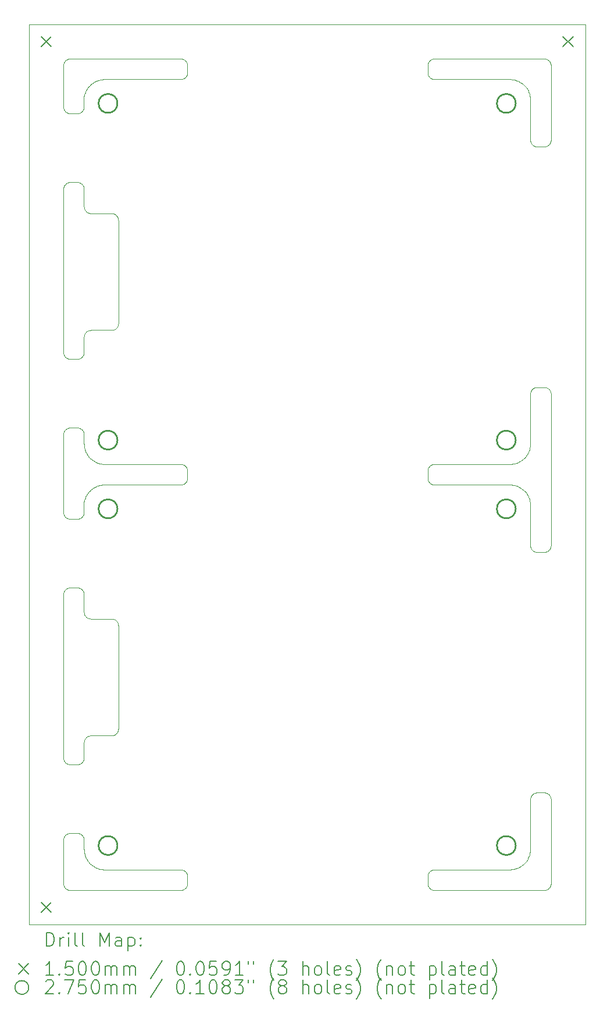
<source format=gbr>
%TF.GenerationSoftware,KiCad,Pcbnew,6.0.7+dfsg-1+b1*%
%TF.CreationDate,2022-09-08T22:48:18+01:00*%
%TF.ProjectId,panel,70616e65-6c2e-46b6-9963-61645f706362,rev?*%
%TF.SameCoordinates,Original*%
%TF.FileFunction,Drillmap*%
%TF.FilePolarity,Positive*%
%FSLAX45Y45*%
G04 Gerber Fmt 4.5, Leading zero omitted, Abs format (unit mm)*
G04 Created by KiCad (PCBNEW 6.0.7+dfsg-1+b1) date 2022-09-08 22:48:18*
%MOMM*%
%LPD*%
G01*
G04 APERTURE LIST*
%ADD10C,0.100000*%
%ADD11C,0.200000*%
%ADD12C,0.150000*%
%ADD13C,0.275000*%
G04 APERTURE END LIST*
D10*
X2600630Y-8200000D02*
X2583028Y-8200503D01*
X2799680Y-4342421D02*
X2800000Y-4351261D01*
X7357332Y-14088310D02*
X7353104Y-14085915D01*
X3776003Y-8171003D02*
X3772484Y-8174354D01*
X7333997Y-8171003D02*
X7330646Y-8167484D01*
X2205858Y-13270119D02*
X2210704Y-13270477D01*
X3803097Y-8120314D02*
X3802033Y-8125055D01*
X8819483Y-3239974D02*
X8816685Y-3236001D01*
X7384686Y-13801902D02*
X7389474Y-13801072D01*
X7321685Y-2043999D02*
X7324483Y-2040026D01*
X2732345Y-11844591D02*
X2727512Y-11846107D01*
X2309701Y-11907089D02*
X2307644Y-11911717D01*
X2373222Y-7796352D02*
X2383440Y-7807568D01*
X7370648Y-14094212D02*
X7366114Y-14092464D01*
X2238886Y-9705036D02*
X2243328Y-9707005D01*
X2036195Y-8675028D02*
X2032516Y-8671854D01*
X9067484Y-14074354D02*
X9063805Y-14077528D01*
X2319135Y-7705344D02*
X2323852Y-7717154D01*
X2321707Y-10112173D02*
X2326689Y-10117975D01*
X2346399Y-8335610D02*
X2338021Y-8348879D01*
X2301696Y-7631582D02*
X2303299Y-7644172D01*
X3725314Y-2298097D02*
X3720526Y-2298928D01*
X2040026Y-8678017D02*
X2036195Y-8675028D01*
X2001072Y-8613026D02*
X2000477Y-8608204D01*
X2506123Y-2314839D02*
X2493680Y-2319163D01*
X2298928Y-7454474D02*
X2299523Y-7459296D01*
X7309263Y-14029738D02*
X7307967Y-14025055D01*
X2800000Y-5848739D02*
X2799678Y-5857603D01*
X9067484Y-2025646D02*
X9071003Y-2028997D01*
X2346046Y-4234167D02*
X2352570Y-4238009D01*
X2001072Y-13354474D02*
X2001902Y-13349686D01*
X2074945Y-3800467D02*
X2079686Y-3799402D01*
X2079686Y-6368097D02*
X2074945Y-6367033D01*
X2028997Y-3826497D02*
X2032516Y-3823146D01*
X2011690Y-14047668D02*
X2009505Y-14043328D01*
X3748328Y-8190495D02*
X3743885Y-8192464D01*
X2007536Y-12208885D02*
X2005787Y-12204352D01*
X8899012Y-9180000D02*
X8894142Y-9179880D01*
X2798402Y-5867625D02*
X2797378Y-5872609D01*
X8798555Y-7629112D02*
X8799519Y-7616458D01*
X2074945Y-2794533D02*
X2070262Y-2793237D01*
X2777469Y-11813183D02*
X2774185Y-11817008D01*
X2391146Y-4249583D02*
X2399367Y-4249984D01*
X9083315Y-3236001D02*
X9080517Y-3239974D01*
X7305477Y-8110704D02*
X7305119Y-8105858D01*
X2712618Y-5949168D02*
X2707579Y-5949680D01*
X2294213Y-7435648D02*
X2295737Y-7440262D01*
X2263805Y-3819972D02*
X2267484Y-3823146D01*
X2229738Y-12265737D02*
X2225055Y-12267033D01*
X8801072Y-9095526D02*
X8800477Y-9090704D01*
X9005858Y-2000119D02*
X9010704Y-2000477D01*
X9029738Y-2004263D02*
X9034352Y-2005787D01*
X9094213Y-9114352D02*
X9092464Y-9118886D01*
X2508525Y-8214072D02*
X2493680Y-8219163D01*
X8899012Y-6780000D02*
X9000988Y-6780000D01*
X3800737Y-2070262D02*
X3802033Y-2074945D01*
X8832516Y-6805646D02*
X8836195Y-6802472D01*
X2333942Y-11874957D02*
X2330226Y-11878399D01*
X9063805Y-6802472D02*
X9067484Y-6805646D01*
X2238886Y-6362464D02*
X2234352Y-6364212D01*
X2298097Y-8617814D02*
X2297033Y-8622555D01*
X9100000Y-9080988D02*
X9099880Y-9085858D01*
X8832516Y-9154354D02*
X8828997Y-9151003D01*
X7305477Y-2210704D02*
X7305119Y-2205858D01*
X2300481Y-13516458D02*
X2301696Y-13531582D01*
X9095737Y-14029738D02*
X9094213Y-14034352D01*
X2025646Y-8664984D02*
X2022472Y-8661305D01*
X8736448Y-2415406D02*
X8726795Y-2403667D01*
X2770696Y-10179320D02*
X2774185Y-10182992D01*
X2052332Y-8685810D02*
X2048104Y-8683415D01*
X9000988Y-14100000D02*
X7404012Y-14100000D01*
X2496983Y-13781727D02*
X2511385Y-13786583D01*
X8889296Y-12680477D02*
X8894142Y-12680119D01*
X7319085Y-14051896D02*
X7316690Y-14047668D01*
X2290495Y-7426672D02*
X2292464Y-7431114D01*
X8819483Y-9139974D02*
X8816685Y-9136001D01*
X2205858Y-6369880D02*
X2200988Y-6370000D01*
X8776148Y-7717154D02*
X8781727Y-7703017D01*
X2280517Y-13310026D02*
X2283315Y-13313999D01*
X8696333Y-7826795D02*
X8707568Y-7816560D01*
X7310787Y-2065648D02*
X7312536Y-2061114D01*
X2366468Y-11855815D02*
X2359436Y-11858623D01*
X8499367Y-8200000D02*
X7404012Y-8200000D01*
X2297033Y-7444945D02*
X2298097Y-7449686D01*
X3768805Y-2022472D02*
X3772484Y-2025646D01*
X2362033Y-7782631D02*
X2373222Y-7796352D01*
X2299880Y-13364142D02*
X2300000Y-13369012D01*
X3800737Y-7970262D02*
X3802033Y-7974945D01*
X2392432Y-7816560D02*
X2405570Y-7828428D01*
X8825646Y-9147484D02*
X8822472Y-9143805D01*
X2271003Y-12241003D02*
X2267484Y-12244354D01*
X2001072Y-7454474D02*
X2001902Y-7449686D01*
X2570887Y-13798555D02*
X2586072Y-13799647D01*
X7394296Y-14099523D02*
X7389474Y-14098928D01*
X9015526Y-6781072D02*
X9020314Y-6781902D01*
X2732345Y-10155409D02*
X2737094Y-10157169D01*
X2028997Y-6341003D02*
X2025646Y-6337484D01*
X7314505Y-8143328D02*
X7312536Y-8138885D01*
X2698739Y-4250000D02*
X2707603Y-4250322D01*
X8856672Y-9170495D02*
X8852332Y-9168310D01*
X2048104Y-9711585D02*
X2052332Y-9709190D01*
X8825646Y-12712516D02*
X8828997Y-12708997D01*
X8786583Y-2511385D02*
X8781735Y-2497007D01*
X9098928Y-3195526D02*
X9098097Y-3200314D01*
X2450991Y-2338912D02*
X2437523Y-2346916D01*
X2000000Y-14000988D02*
X2000000Y-13369012D01*
X2417369Y-13737967D02*
X2427619Y-13745494D01*
X2767008Y-5924185D02*
X2763183Y-5927469D01*
X2295737Y-9767762D02*
X2297033Y-9772445D01*
X2215526Y-12268928D02*
X2210704Y-12269523D01*
X2750724Y-5936143D02*
X2746274Y-5938613D01*
X3805000Y-13899012D02*
X3805000Y-14000988D01*
X9100000Y-6879012D02*
X9100000Y-9080988D01*
X8836195Y-12702472D02*
X8840026Y-12699483D01*
X2311641Y-8405723D02*
X2307623Y-8418268D01*
X2036195Y-12247528D02*
X2032516Y-12244354D01*
X7375262Y-2004263D02*
X7379945Y-2002967D01*
X2000000Y-13369012D02*
X2000119Y-13364142D01*
X3715704Y-13800477D02*
X3720526Y-13801072D01*
X8682631Y-13737967D02*
X8694449Y-13728412D01*
X2300670Y-10061348D02*
X2301828Y-10068908D01*
X9098928Y-9095526D02*
X9098097Y-9100314D01*
X3797464Y-13861114D02*
X3799212Y-13865648D01*
X9047668Y-6791690D02*
X9051896Y-6794085D01*
X7312536Y-7961114D02*
X7314505Y-7956672D01*
X2234352Y-7375787D02*
X2238886Y-7377536D01*
X7399142Y-2299880D02*
X7394296Y-2299523D01*
X9034352Y-6785787D02*
X9038886Y-6787536D01*
X2555803Y-13796697D02*
X2570887Y-13798555D01*
X2569946Y-2301515D02*
X2551833Y-2303858D01*
X2297033Y-9772445D02*
X2298097Y-9777186D01*
X9100000Y-2099012D02*
X9100000Y-3180988D01*
X2297033Y-8622555D02*
X2295737Y-8627238D01*
X2032516Y-3823146D02*
X2036195Y-3819972D01*
X2309919Y-7676389D02*
X2314168Y-7691008D01*
X9056001Y-6796685D02*
X9059974Y-6799483D01*
X2036195Y-9719972D02*
X2040026Y-9716983D01*
X8799519Y-13516458D02*
X8800000Y-13499367D01*
X3720526Y-13801072D02*
X3725314Y-13801902D01*
X2295737Y-8627238D02*
X2294213Y-8631852D01*
X3779354Y-8167484D02*
X3776003Y-8171003D01*
X8870262Y-12684263D02*
X8874945Y-12682967D01*
X3803097Y-7979686D02*
X3803928Y-7984474D01*
X2294213Y-8631852D02*
X2292464Y-8636386D01*
X3776003Y-14071003D02*
X3772484Y-14074354D01*
X7305119Y-13894142D02*
X7305477Y-13889296D01*
X2220314Y-3799402D02*
X2225055Y-3800467D01*
X7306902Y-7979686D02*
X7307967Y-7974945D01*
X2011690Y-3849832D02*
X2014085Y-3845604D01*
X8814085Y-12728104D02*
X8816685Y-12723999D01*
X2084474Y-12268928D02*
X2079686Y-12268097D01*
X2304238Y-10078718D02*
X2306695Y-10085907D01*
X2797383Y-4327414D02*
X2798398Y-4332352D01*
X9029738Y-9175737D02*
X9025055Y-9177033D01*
X8786583Y-8411385D02*
X8781727Y-8396983D01*
X2323852Y-7717154D02*
X2330141Y-7730990D01*
X2300000Y-11950633D02*
X2300000Y-12170988D01*
X8499367Y-13800000D02*
X8513954Y-13799646D01*
X7330646Y-2032516D02*
X7333997Y-2028997D01*
X7399142Y-13800119D02*
X7404012Y-13800000D01*
X9097033Y-14025055D02*
X9095737Y-14029738D01*
X2048104Y-2783415D02*
X2043999Y-2780815D01*
X2717625Y-10151598D02*
X2722586Y-10152617D01*
X2271003Y-6341003D02*
X2267484Y-6344354D01*
X8894142Y-3279880D02*
X8889296Y-3279523D01*
X2330141Y-13630990D02*
X2337109Y-13644468D01*
X8644490Y-8237121D02*
X8633219Y-8231234D01*
X2016685Y-13313999D02*
X2019483Y-13310026D01*
X2011690Y-2745168D02*
X2009505Y-2740828D01*
X2330226Y-5978399D02*
X2326689Y-5982025D01*
X3804523Y-7989296D02*
X3804880Y-7994142D01*
X3803097Y-14020314D02*
X3802033Y-14025055D01*
X3795495Y-13856672D02*
X3797464Y-13861114D01*
X2070262Y-6365737D02*
X2065648Y-6364212D01*
X7348999Y-7916685D02*
X7353104Y-7914085D01*
X2259974Y-9716983D02*
X2263805Y-9719972D01*
X3793310Y-2247668D02*
X3790915Y-2251896D01*
X9080517Y-14059974D02*
X9077528Y-14063805D01*
X3772484Y-2274354D02*
X3768805Y-2277528D01*
X8814085Y-3231896D02*
X8811690Y-3227668D01*
X9083315Y-9136001D02*
X9080517Y-9139974D01*
X2205858Y-7370119D02*
X2210704Y-7370477D01*
X2277528Y-7406195D02*
X2280517Y-7410026D01*
X3725314Y-13801902D02*
X3730055Y-13802967D01*
X3743885Y-2007536D02*
X3748328Y-2009505D01*
X8800477Y-6869296D02*
X8801072Y-6864474D01*
X2005787Y-13335648D02*
X2007536Y-13331114D01*
X2405570Y-13728428D02*
X2417369Y-13737967D01*
X8879686Y-9178097D02*
X8874945Y-9177033D01*
X9083315Y-2043999D02*
X9085915Y-2048104D01*
X2005787Y-3863148D02*
X2007536Y-3858614D01*
X1501227Y-14600000D02*
X9598773Y-14600000D01*
X2298097Y-2717814D02*
X2297033Y-2722555D01*
X2000000Y-6270988D02*
X2000000Y-3896512D01*
X2347808Y-2433519D02*
X2339334Y-2446697D01*
X2052332Y-6358310D02*
X2048104Y-6355915D01*
X2000477Y-8608204D02*
X2000119Y-8603358D01*
X2043999Y-12253315D02*
X2040026Y-12250517D01*
X7357332Y-8188310D02*
X7353104Y-8185915D01*
X7394296Y-13800477D02*
X7399142Y-13800119D01*
X2303299Y-13544172D02*
X2306427Y-13561624D01*
X2727489Y-5946114D02*
X2722609Y-5947378D01*
X2780570Y-10190822D02*
X2783477Y-10194998D01*
X2259974Y-2778017D02*
X2256001Y-2780815D01*
X9599909Y-14599400D02*
X9600000Y-14598773D01*
X2796108Y-11777512D02*
X2794598Y-11782322D01*
X8617154Y-2323852D02*
X8605344Y-2319135D01*
X2001072Y-3881974D02*
X2001902Y-3877186D01*
X3761001Y-8183315D02*
X3756896Y-8185915D01*
X2746274Y-4261387D02*
X2750724Y-4263856D01*
X7327472Y-13836195D02*
X7330646Y-13832516D01*
X2300000Y-10049367D02*
X2300223Y-10056303D01*
X2000477Y-13359296D02*
X2001072Y-13354474D01*
X2229738Y-9701763D02*
X2234352Y-9703287D01*
X2303555Y-8433397D02*
X2300039Y-8449978D01*
X7305477Y-14010704D02*
X7305119Y-14005858D01*
X2036195Y-2022472D02*
X2040026Y-2019483D01*
X2011690Y-7422332D02*
X2014085Y-7418104D01*
X3720526Y-14098928D02*
X3715704Y-14099523D01*
X2200988Y-8697500D02*
X2099012Y-8697500D01*
X7384686Y-2001902D02*
X7389474Y-2001072D01*
X2763165Y-10172516D02*
X2767026Y-10175830D01*
X2061114Y-2007536D02*
X2065648Y-2005787D01*
X2220314Y-8695597D02*
X2215526Y-8696428D01*
X3802033Y-8125055D02*
X3800737Y-8129738D01*
X8805787Y-12745648D02*
X8807536Y-12741114D01*
X2079686Y-2795597D02*
X2074945Y-2794533D01*
X2339790Y-4229812D02*
X2346046Y-4234167D01*
X2759178Y-11830570D02*
X2755002Y-11833477D01*
X2089296Y-13270477D02*
X2094142Y-13270119D01*
X2001072Y-12185526D02*
X2000477Y-12180704D01*
X2290495Y-8640828D02*
X2288310Y-8645168D01*
X7366114Y-2007536D02*
X7370648Y-2005787D01*
X8561599Y-2306422D02*
X8544172Y-2303299D01*
X7327472Y-2263805D02*
X7324483Y-2259974D01*
X2341852Y-5968673D02*
X2337827Y-5971707D01*
X2002967Y-3872445D02*
X2004263Y-3867762D01*
X2247668Y-3809190D02*
X2251896Y-3811585D01*
X8870262Y-3275737D02*
X8865648Y-3274212D01*
X2301696Y-13531582D02*
X2303299Y-13544172D01*
X2234352Y-2791713D02*
X2229738Y-2793237D01*
X2435351Y-8248295D02*
X2422386Y-8257089D01*
X2025646Y-9730016D02*
X2028997Y-9726497D01*
X2009505Y-2740828D02*
X2007536Y-2736386D01*
X2000119Y-3891642D02*
X2000477Y-3886796D01*
X2536406Y-8206734D02*
X2521173Y-8210394D01*
X8736448Y-13684594D02*
X8745494Y-13672381D01*
X7353104Y-7914085D02*
X7357332Y-7911690D01*
X2283315Y-7413999D02*
X2285915Y-7418104D01*
X7357332Y-2288310D02*
X7353104Y-2285915D01*
X2303534Y-11923741D02*
X2302328Y-11928661D01*
X9088310Y-9127668D02*
X9085915Y-9131896D01*
X2014085Y-2749396D02*
X2011690Y-2745168D01*
X2365145Y-8310450D02*
X2355448Y-8322789D01*
X2318092Y-2488663D02*
X2311641Y-2505723D01*
X2065648Y-12264212D02*
X2061114Y-12262464D01*
X2297033Y-3872445D02*
X2298097Y-3877186D01*
X8828997Y-6808997D02*
X8832516Y-6805646D01*
X9071003Y-6808997D02*
X9074354Y-6812516D01*
X2355448Y-8322789D02*
X2346399Y-8335610D01*
X9034352Y-14094212D02*
X9029738Y-14095737D01*
X2040026Y-2019483D02*
X2043999Y-2016685D01*
X7306072Y-2084474D02*
X7306902Y-2079686D01*
X2313195Y-10099600D02*
X2315819Y-10103933D01*
X2001902Y-3877186D02*
X2002967Y-3872445D01*
X2746295Y-11838602D02*
X2741727Y-11840843D01*
X2032516Y-7395646D02*
X2036195Y-7392472D01*
X7348999Y-8183315D02*
X7345026Y-8180517D01*
X3756896Y-2014085D02*
X3761001Y-2016685D01*
X2300000Y-6270988D02*
X2299880Y-6275858D01*
X2000000Y-3896512D02*
X2000119Y-3891642D01*
X2427619Y-7845494D02*
X2440274Y-7853910D01*
X3785517Y-8159974D02*
X3782528Y-8163805D01*
X8811690Y-9127668D02*
X8809505Y-9123328D01*
X8670323Y-13746926D02*
X8682631Y-13737967D01*
X3764974Y-13819483D02*
X3768805Y-13822472D01*
X2337109Y-13644468D02*
X2346104Y-13659747D01*
X2014085Y-7418104D02*
X2016685Y-7413999D01*
X3752668Y-13811690D02*
X3756896Y-13814085D01*
X3804523Y-8110704D02*
X3803928Y-8115526D01*
X8804263Y-3209738D02*
X8802967Y-3205055D01*
X3802033Y-14025055D02*
X3800737Y-14029738D01*
X2014085Y-12221896D02*
X2011690Y-12217668D01*
X8559143Y-13794082D02*
X8576389Y-13790081D01*
X9043328Y-6789505D02*
X9047668Y-6791690D01*
X9071003Y-9151003D02*
X9067484Y-9154354D01*
X9025055Y-14097033D02*
X9020314Y-14098097D01*
X2022472Y-14063805D02*
X2019483Y-14059974D01*
X2292464Y-13331114D02*
X2294213Y-13335648D01*
X2383440Y-13707568D02*
X2392432Y-13716560D01*
X2303555Y-2533397D02*
X2300047Y-2549927D01*
X9010704Y-14099523D02*
X9005858Y-14099880D01*
X2521173Y-8210394D02*
X2508525Y-8214072D01*
X8513954Y-8200354D02*
X8499367Y-8200000D01*
X9099523Y-12769296D02*
X9099880Y-12774142D01*
X8807536Y-9118886D02*
X8805787Y-9114352D01*
X2263805Y-13292472D02*
X2267484Y-13295646D01*
X2300000Y-3896512D02*
X2300016Y-4150620D01*
X2482846Y-7876147D02*
X2496983Y-7881727D01*
X2299523Y-2708204D02*
X2298928Y-2713026D01*
X7333997Y-2271003D02*
X7330646Y-2267484D01*
X2043999Y-7386685D02*
X2048104Y-7384085D01*
X2263805Y-7392472D02*
X2267484Y-7395646D01*
X2016685Y-9741499D02*
X2019483Y-9737526D01*
X9095737Y-2070262D02*
X9097033Y-2074945D01*
X2247668Y-2785810D02*
X2243328Y-2787995D01*
X2234352Y-8691713D02*
X2229738Y-8693237D01*
X2001072Y-9781974D02*
X2001902Y-9777186D01*
X8889296Y-9179523D02*
X8884474Y-9178928D01*
X3739352Y-2294213D02*
X3734738Y-2295737D01*
X8705769Y-13718270D02*
X8716560Y-13707568D01*
X3739352Y-2005787D02*
X3743885Y-2007536D01*
X2000119Y-13364142D02*
X2000477Y-13359296D01*
X2790833Y-10208252D02*
X2792840Y-10212928D01*
X2056672Y-14090495D02*
X2052332Y-14088310D01*
X2040026Y-7389483D02*
X2043999Y-7386685D01*
X2025646Y-7402516D02*
X2028997Y-7398997D01*
X2025646Y-12237484D02*
X2022472Y-12233805D01*
X2000119Y-7464142D02*
X2000477Y-7459296D01*
X2056672Y-2787995D02*
X2052332Y-2785810D01*
X8861114Y-3272464D02*
X8856672Y-3270495D01*
X2511385Y-13786583D02*
X2526014Y-13790703D01*
X7321685Y-7943999D02*
X7324483Y-7940026D01*
X9090495Y-9123328D02*
X9088310Y-9127668D01*
X2036195Y-3819972D02*
X2040026Y-3816983D01*
X3734738Y-2295737D02*
X3730055Y-2297033D01*
X2741727Y-10159157D02*
X2746274Y-10161387D01*
X2274354Y-13302516D02*
X2277528Y-13306195D01*
X2526014Y-7890703D02*
X2540833Y-7894078D01*
X7353104Y-2285915D02*
X7348999Y-2283315D01*
X2004263Y-12199738D02*
X2002967Y-12195055D01*
X3782528Y-13836195D02*
X3785517Y-13840026D01*
X2048104Y-2014085D02*
X2052332Y-2011690D01*
X2300000Y-13369012D02*
X2300016Y-13500620D01*
X2210704Y-8697023D02*
X2205858Y-8697380D01*
X7394296Y-7900477D02*
X7399142Y-7900119D01*
X2303534Y-6023741D02*
X2302328Y-6028661D01*
X2056672Y-12260495D02*
X2052332Y-12258310D01*
X3782528Y-2036195D02*
X3785517Y-2040026D01*
X3705988Y-2000000D02*
X3710858Y-2000119D01*
X2285915Y-8649396D02*
X2283315Y-8653501D01*
X2440274Y-7853910D02*
X2453318Y-7861661D01*
X3790915Y-8151896D02*
X3788315Y-8156001D01*
X2074945Y-9700467D02*
X2079686Y-9699403D01*
X8889296Y-3279523D02*
X8884474Y-3278928D01*
X2285915Y-7418104D02*
X2288310Y-7422332D01*
X2297033Y-2722555D02*
X2295737Y-2727238D01*
X9095737Y-12750262D02*
X9097033Y-12754945D01*
X2016685Y-3841499D02*
X2019483Y-3837526D01*
X2263805Y-6347528D02*
X2259974Y-6350517D01*
X3802033Y-2225055D02*
X3800737Y-2229738D01*
X2271003Y-9726497D02*
X2274354Y-9730016D01*
X2283315Y-9741499D02*
X2285915Y-9745604D01*
X2200988Y-9697500D02*
X2205858Y-9697620D01*
X9038886Y-14092464D02*
X9034352Y-14094212D01*
X2298928Y-8613026D02*
X2298097Y-8617814D01*
X9025055Y-6782967D02*
X9029738Y-6784263D01*
X7357332Y-7911690D02*
X7361672Y-7909505D01*
X2318659Y-10108127D02*
X2321707Y-10112173D01*
X7324483Y-2259974D02*
X7321685Y-2256001D01*
X2079686Y-7371902D02*
X2084474Y-7371072D01*
X9085915Y-9131896D02*
X9083315Y-9136001D01*
X2259974Y-13289483D02*
X2263805Y-13292472D01*
X7309263Y-2229738D02*
X7307967Y-2225055D01*
X2770696Y-11820679D02*
X2767008Y-11824185D01*
X9598773Y-14600000D02*
X9599530Y-14599839D01*
X8762879Y-8355510D02*
X8755236Y-8342402D01*
X9000988Y-12680000D02*
X9005858Y-12680119D01*
X7305000Y-7999012D02*
X7305119Y-7994142D01*
X9097033Y-3205055D02*
X9095737Y-3209738D01*
X2707579Y-10150320D02*
X2712618Y-10150832D01*
X7307967Y-13874945D02*
X7309263Y-13870262D01*
X2800000Y-10251261D02*
X2799935Y-11752544D01*
X2790833Y-5891748D02*
X2788613Y-5896274D01*
X2280517Y-2757474D02*
X2277528Y-2761305D01*
X2750724Y-11836143D02*
X2746295Y-11838602D01*
X2040026Y-14080517D02*
X2036195Y-14077528D01*
X2300047Y-2549927D02*
X2300000Y-2698488D01*
X3805000Y-7999012D02*
X3805000Y-8100988D01*
X8546650Y-13796321D02*
X8559143Y-13794082D01*
X9098097Y-2079686D02*
X9098928Y-2084474D01*
X2001072Y-2713026D02*
X2000477Y-2708204D01*
X2295737Y-12199738D02*
X2294213Y-12204352D01*
X3748328Y-14090495D02*
X3743885Y-14092464D01*
X9056001Y-3263315D02*
X9051896Y-3265915D01*
X2320188Y-5989790D02*
X2317241Y-5993910D01*
X2290495Y-6313328D02*
X2288310Y-6317668D01*
X2016685Y-14056001D02*
X2014085Y-14051896D01*
X2000000Y-9796512D02*
X2000119Y-9791642D01*
X2247668Y-6358310D02*
X2243328Y-6360495D01*
X2366777Y-2408496D02*
X2355448Y-2422789D01*
X2280517Y-8657474D02*
X2277528Y-8661305D01*
X9080517Y-2040026D02*
X9083315Y-2043999D01*
X8828997Y-3251003D02*
X8825646Y-3247484D01*
X2297033Y-6295055D02*
X2295737Y-6299738D01*
X3803097Y-2220314D02*
X3802033Y-2225055D01*
X2294213Y-2731852D02*
X2292464Y-2736386D01*
X8865648Y-3274212D02*
X8861114Y-3272464D01*
X3705988Y-7900000D02*
X3710858Y-7900119D01*
X1500217Y-1500390D02*
X1500000Y-1501227D01*
X2774185Y-4282992D02*
X2777469Y-4286817D01*
X2061114Y-2789964D02*
X2056672Y-2787995D01*
X8781735Y-2497007D02*
X8776148Y-2482846D01*
X2600643Y-2300000D02*
X2585571Y-2300372D01*
X2794598Y-5882322D02*
X2792831Y-5887094D01*
X9077528Y-6816195D02*
X9080517Y-6820026D01*
X7366114Y-7907536D02*
X7370648Y-7905787D01*
X2243328Y-8687995D02*
X2238886Y-8689964D01*
X9005858Y-12680119D02*
X9010704Y-12680477D01*
X2032516Y-9723146D02*
X2036195Y-9719972D01*
X9034352Y-2005787D02*
X9038886Y-2007536D01*
X2009505Y-3854172D02*
X2011690Y-3849832D01*
X2586072Y-7899647D02*
X2600633Y-7900000D01*
X2299880Y-2703358D02*
X2299523Y-2708204D01*
X2770696Y-4279320D02*
X2774185Y-4282992D01*
X7345026Y-13819483D02*
X7348999Y-13816685D01*
X9099880Y-6874142D02*
X9100000Y-6879012D01*
X2074945Y-8694533D02*
X2070262Y-8693237D01*
X7307967Y-8125055D02*
X7306902Y-8120314D01*
X2011690Y-2052332D02*
X2014085Y-2048104D01*
X2397854Y-8276650D02*
X2386376Y-8287350D01*
X8790703Y-2526014D02*
X8786583Y-2511385D01*
X2792840Y-10212928D02*
X2794598Y-10217678D01*
X2002967Y-13344945D02*
X2004263Y-13340262D01*
X2326689Y-11882025D02*
X2323340Y-11885825D01*
X2005787Y-12204352D02*
X2004263Y-12199738D01*
X9010704Y-3279523D02*
X9005858Y-3279880D01*
X2285915Y-3845604D02*
X2288310Y-3849832D01*
X2796108Y-10222488D02*
X2797383Y-10227414D01*
X9600000Y-1501227D02*
X9599839Y-1500470D01*
X8799519Y-7616458D02*
X8800000Y-7599367D01*
X2074945Y-2002967D02*
X2079686Y-2001902D01*
X2294213Y-6304352D02*
X2292464Y-6308885D01*
X2052332Y-2011690D02*
X2056672Y-2009505D01*
X3799212Y-7965648D02*
X3800737Y-7970262D01*
X2299880Y-6275858D02*
X2299523Y-6280704D01*
X3734738Y-14095737D02*
X3730055Y-14097033D01*
X2792840Y-11787072D02*
X2790833Y-11791748D01*
X2298097Y-3877186D02*
X2298928Y-3881974D01*
X8591008Y-13785832D02*
X8603017Y-13781727D01*
X2002967Y-12195055D02*
X2001902Y-12190314D01*
X8825646Y-3247484D02*
X8822472Y-3243805D01*
X2200988Y-6370000D02*
X2099012Y-6370000D01*
X7306072Y-7984474D02*
X7306902Y-7979686D01*
X2583028Y-8200503D02*
X2567413Y-8201776D01*
X9051896Y-6794085D02*
X9056001Y-6796685D01*
X2056672Y-3807005D02*
X2061114Y-3805036D01*
X2300000Y-2698488D02*
X2299880Y-2703358D01*
X7316690Y-2247668D02*
X7314505Y-2243328D01*
X2302912Y-10073856D02*
X2304238Y-10078718D01*
X2707579Y-5949680D02*
X2698739Y-5950000D01*
X2005787Y-8631852D02*
X2004263Y-8627238D01*
X2330141Y-7730990D02*
X2337109Y-7744468D01*
X2215526Y-9698572D02*
X2220314Y-9699403D01*
X2274354Y-3830016D02*
X2277528Y-3833695D01*
X2298928Y-2713026D02*
X2298097Y-2717814D01*
X2256001Y-6353315D02*
X2251896Y-6355915D01*
X9071003Y-14071003D02*
X9067484Y-14074354D01*
X2774185Y-11817008D02*
X2770696Y-11820679D01*
X7305119Y-8105858D02*
X7305000Y-8100988D01*
X2294213Y-3863148D02*
X2295737Y-3867762D01*
X2317241Y-11893910D02*
X2314506Y-11898174D01*
X2094142Y-14099880D02*
X2089296Y-14099523D01*
X7337516Y-14074354D02*
X7333997Y-14071003D01*
X9599400Y-1500091D02*
X9598773Y-1500000D01*
X2359413Y-4241367D02*
X2366468Y-4244185D01*
X2354506Y-7772381D02*
X2362033Y-7782631D01*
X2280517Y-6329974D02*
X2277528Y-6333805D01*
X8807536Y-6841114D02*
X8809505Y-6836672D01*
X2011690Y-6317668D02*
X2009505Y-6313328D01*
X7384686Y-7901902D02*
X7389474Y-7901072D01*
X2243328Y-12260495D02*
X2238886Y-12262464D01*
X7404012Y-8200000D02*
X7399142Y-8199880D01*
X9099880Y-2094142D02*
X9100000Y-2099012D01*
X2205858Y-3797619D02*
X2210704Y-3797977D01*
X7341195Y-14077528D02*
X7337516Y-14074354D01*
X3795495Y-7956672D02*
X3797464Y-7961114D01*
X9099523Y-6869296D02*
X9099880Y-6874142D01*
X2043999Y-9714185D02*
X2048104Y-9711585D01*
X2065648Y-8691713D02*
X2061114Y-8689964D01*
X2043999Y-8680815D02*
X2040026Y-8678017D01*
X9067484Y-12705646D02*
X9071003Y-12708997D01*
X7306072Y-8115526D02*
X7305477Y-8110704D01*
X7306902Y-2079686D02*
X7307967Y-2074945D01*
X8776148Y-13617154D02*
X8781727Y-13603017D01*
X3768805Y-14077528D02*
X3764974Y-14080517D01*
X3779354Y-7932516D02*
X3782528Y-7936195D01*
X8737967Y-7782631D02*
X8746912Y-7770344D01*
X2319135Y-13605344D02*
X2323852Y-13617154D01*
X9059974Y-6799483D02*
X9063805Y-6802472D01*
X8559143Y-7894082D02*
X8576389Y-7890081D01*
X2079686Y-9699403D02*
X2084474Y-9698572D01*
X8805787Y-9114352D02*
X8804263Y-9109738D01*
X7312536Y-14038885D02*
X7310787Y-14034352D01*
X2600633Y-13800000D02*
X3705988Y-13800000D01*
X3764974Y-2280517D02*
X3761001Y-2283315D01*
X2036195Y-2775028D02*
X2032516Y-2771854D01*
X7379945Y-13802967D02*
X7384686Y-13801902D01*
X2016685Y-7413999D02*
X2019483Y-7410026D01*
X8544172Y-2303299D02*
X8529113Y-2301445D01*
X7305000Y-2200988D02*
X7305000Y-2099012D01*
X3739352Y-7905787D02*
X3743885Y-7907536D01*
X8684594Y-2363552D02*
X8670323Y-2353074D01*
X2099012Y-3797500D02*
X2200988Y-3797500D01*
X2259974Y-6350517D02*
X2256001Y-6353315D01*
X2354506Y-13672381D02*
X2362033Y-13682631D01*
X3710858Y-2299880D02*
X3705988Y-2300000D01*
X2386114Y-5950993D02*
X2381092Y-5951828D01*
X2084474Y-13271072D02*
X2089296Y-13270477D01*
X8670344Y-8253088D02*
X8659747Y-8246104D01*
X8761674Y-13646660D02*
X8768766Y-13633218D01*
X2084474Y-3798572D02*
X2089296Y-3797977D01*
X2025646Y-2032516D02*
X2028997Y-2028997D01*
X7404012Y-14100000D02*
X7399142Y-14099880D01*
X7333997Y-2028997D02*
X7337516Y-2025646D01*
X2025646Y-13302516D02*
X2028997Y-13298997D01*
X7306902Y-13879686D02*
X7307967Y-13874945D01*
X2288310Y-9749832D02*
X2290495Y-9754172D01*
X2288310Y-12217668D02*
X2285915Y-12221896D01*
X2306686Y-6014117D02*
X2304988Y-6018889D01*
X2422386Y-2357089D02*
X2411846Y-2364990D01*
X9020314Y-2001902D02*
X9025055Y-2002967D01*
X2411846Y-2364990D02*
X2399768Y-2374970D01*
X2462620Y-2332726D02*
X2450991Y-2338912D01*
X9088310Y-6832332D02*
X9090495Y-6836672D01*
X8728412Y-7794449D02*
X8737967Y-7782631D01*
X9095737Y-3209738D02*
X9094213Y-3214352D01*
X2333923Y-4225027D02*
X2339790Y-4229812D01*
X3804880Y-7994142D02*
X3805000Y-7999012D01*
X7353104Y-2014085D02*
X7357332Y-2011690D01*
X2299523Y-8608204D02*
X2298928Y-8613026D01*
X3705988Y-14100000D02*
X2099012Y-14100000D01*
X3743885Y-7907536D02*
X3748328Y-7909505D01*
X9047668Y-9168310D02*
X9043328Y-9170495D01*
X8781727Y-13603017D02*
X8786583Y-13588615D01*
X8657597Y-7855236D02*
X8672381Y-7845494D01*
X2304988Y-6018889D02*
X2303534Y-6023741D01*
X8776148Y-8382846D02*
X8769859Y-8369010D01*
X2238886Y-2789964D02*
X2234352Y-2791713D01*
X2009505Y-2056672D02*
X2011690Y-2052332D01*
X2070262Y-7374263D02*
X2074945Y-7372967D01*
X2386114Y-11850993D02*
X2381092Y-11851828D01*
X2451013Y-8238899D02*
X2435351Y-8248295D01*
X2210704Y-6369523D02*
X2205858Y-6369880D01*
X2011690Y-12217668D02*
X2009505Y-12213328D01*
X3776003Y-7928997D02*
X3779354Y-7932516D01*
X9051896Y-9165915D02*
X9047668Y-9168310D01*
X9095737Y-9109738D02*
X9094213Y-9114352D01*
X7341195Y-2277528D02*
X7337516Y-2274354D01*
X7353104Y-8185915D02*
X7348999Y-8183315D01*
X8800120Y-12774142D02*
X8800477Y-12769296D01*
X9090495Y-12736672D02*
X9092464Y-12741114D01*
X2355448Y-2422789D02*
X2347808Y-2433519D01*
X2079686Y-3799402D02*
X2084474Y-3798572D01*
X2048104Y-3811585D02*
X2052332Y-3809190D01*
X2019483Y-3837526D02*
X2022472Y-3833695D01*
X2277528Y-13306195D02*
X2280517Y-13310026D01*
X2056672Y-2009505D02*
X2061114Y-2007536D01*
X2267484Y-6344354D02*
X2263805Y-6347528D01*
X8659726Y-13753910D02*
X8670323Y-13746926D01*
X8879686Y-6781902D02*
X8884474Y-6781072D01*
X2074945Y-6367033D02*
X2070262Y-6365737D01*
X2383440Y-7807568D02*
X2392432Y-7816560D01*
X8802967Y-12754945D02*
X8804263Y-12750262D01*
X8884474Y-6781072D02*
X8889296Y-6780477D01*
X2453318Y-7861661D02*
X2469010Y-7869859D01*
X8807536Y-3218885D02*
X8805787Y-3214352D01*
X8781727Y-8396983D02*
X8776148Y-8382846D01*
X8576414Y-8209925D02*
X8559167Y-8205922D01*
X9098928Y-2084474D02*
X9099523Y-2089296D01*
X7316690Y-7952332D02*
X7319085Y-7948104D01*
X3720526Y-7901072D02*
X3725314Y-7901902D01*
X9085915Y-2048104D02*
X9088310Y-2052332D01*
X2386376Y-8287350D02*
X2375463Y-8298627D01*
X3800737Y-2229738D02*
X3799212Y-2234352D01*
X8800000Y-6879012D02*
X8800120Y-6874142D01*
X2036195Y-7392472D02*
X2040026Y-7389483D01*
X2300000Y-9796512D02*
X2300000Y-10049367D01*
X2741727Y-4259157D02*
X2746274Y-4261387D01*
X2797383Y-10227414D02*
X2798398Y-10232352D01*
X2600633Y-7900000D02*
X3705988Y-7900000D01*
X3720526Y-8198928D02*
X3715704Y-8199523D01*
X3752668Y-2011690D02*
X3756896Y-2014085D01*
X2089296Y-14099523D02*
X2084474Y-14098928D01*
X2299523Y-12180704D02*
X2298928Y-12185526D01*
X2786144Y-5900723D02*
X2783464Y-5905021D01*
X2357089Y-10140299D02*
X2361717Y-10142356D01*
X2200988Y-13270000D02*
X2205858Y-13270119D01*
X9077528Y-9143805D02*
X9074354Y-9147484D01*
X2759159Y-5930584D02*
X2755022Y-5933464D01*
X7306902Y-2220314D02*
X7306072Y-2215526D01*
X7309263Y-2070262D02*
X7310787Y-2065648D01*
X2298097Y-7449686D02*
X2298928Y-7454474D01*
X2800000Y-4351261D02*
X2800000Y-5848739D01*
X9099523Y-2089296D02*
X9099880Y-2094142D01*
X8786583Y-7688615D02*
X8790703Y-7673986D01*
X2238886Y-12262464D02*
X2234352Y-12264212D01*
X2251896Y-6355915D02*
X2247668Y-6358310D01*
X2712642Y-4250835D02*
X2717648Y-4251602D01*
X2215526Y-7371072D02*
X2220314Y-7371902D01*
X2274354Y-8664984D02*
X2271003Y-8668503D01*
X2540833Y-13794078D02*
X2555803Y-13796697D01*
X2306427Y-7661624D02*
X2309919Y-7676389D01*
X2290495Y-2740828D02*
X2288310Y-2745168D01*
X2786144Y-10199276D02*
X2788602Y-10203705D01*
X9098928Y-12764474D02*
X9099523Y-12769296D01*
X2225055Y-12267033D02*
X2220314Y-12268097D01*
X8790703Y-13573986D02*
X8794078Y-13559167D01*
X3705988Y-8200000D02*
X2600630Y-8200000D01*
X8807536Y-12741114D02*
X8809505Y-12736672D01*
X2061114Y-8689964D02*
X2056672Y-8687995D01*
X2243328Y-13279505D02*
X2247668Y-13281690D01*
X2004263Y-8627238D02*
X2002967Y-8622555D01*
X7337516Y-7925646D02*
X7341195Y-7922472D01*
X3805000Y-8100988D02*
X3804880Y-8105858D01*
X8843999Y-12696685D02*
X8848104Y-12694085D01*
X3748328Y-7909505D02*
X3752668Y-7911690D01*
X1500160Y-14599529D02*
X1500600Y-14599909D01*
X3730055Y-13802967D02*
X3734738Y-13804263D01*
X3788315Y-2256001D02*
X3785517Y-2259974D01*
X2001902Y-6290314D02*
X2001072Y-6285526D01*
X2381092Y-10148172D02*
X2386089Y-10149003D01*
X9005858Y-9179880D02*
X9000988Y-9180000D01*
X2727512Y-11846107D02*
X2722609Y-11847378D01*
X9000988Y-3280000D02*
X8899012Y-3280000D01*
X7327472Y-8163805D02*
X7324483Y-8159974D01*
X2007536Y-2736386D02*
X2005787Y-2731852D01*
X3799212Y-8134352D02*
X3797464Y-8138885D01*
X3788315Y-8156001D02*
X3785517Y-8159974D01*
X2243328Y-9707005D02*
X2247668Y-9709190D01*
X8633219Y-7868766D02*
X8644490Y-7862878D01*
X2707579Y-11849680D02*
X2698739Y-11850000D01*
X2479118Y-8225010D02*
X2464876Y-8231599D01*
X2799165Y-4337358D02*
X2799680Y-4342421D01*
X8786583Y-13588615D02*
X8790703Y-13573986D01*
X8546650Y-8203679D02*
X8531607Y-8201699D01*
X8816685Y-9136001D02*
X8814085Y-9131896D01*
X8633219Y-8231234D02*
X8619458Y-8224841D01*
X2002967Y-8622555D02*
X2001902Y-8617814D01*
X2333923Y-10125027D02*
X2339811Y-10129827D01*
X3768805Y-13822472D02*
X3772484Y-13825646D01*
X9047668Y-2011690D02*
X9051896Y-2014085D01*
X9090495Y-2056672D02*
X9092464Y-2061114D01*
X8804263Y-9109738D02*
X8802967Y-9105055D01*
X2094142Y-6369880D02*
X2089296Y-6369523D01*
X2229738Y-3801763D02*
X2234352Y-3803287D01*
X3793310Y-13852332D02*
X3795495Y-13856672D01*
X9043328Y-9170495D02*
X9038886Y-9172464D01*
X3805000Y-2200988D02*
X3804880Y-2205858D01*
X2234352Y-9703287D02*
X2238886Y-9705036D01*
X7399142Y-14099880D02*
X7394296Y-14099523D01*
X8800000Y-7599367D02*
X8800000Y-6879012D01*
X7379945Y-7902967D02*
X7384686Y-7901902D01*
X2300016Y-13500620D02*
X2300481Y-13516458D01*
X2767008Y-11824185D02*
X2763165Y-11827484D01*
X1500000Y-14598773D02*
X1500160Y-14599529D01*
X3743885Y-14092464D02*
X3739352Y-14094212D01*
X7314505Y-14043328D02*
X7312536Y-14038885D01*
X3772484Y-7925646D02*
X3776003Y-7928997D01*
X7345026Y-8180517D02*
X7341195Y-8177528D01*
X9074354Y-6812516D02*
X9077528Y-6816195D01*
X2056672Y-6360495D02*
X2052332Y-6358310D01*
X2299880Y-9791642D02*
X2300000Y-9796512D01*
X9056001Y-12696685D02*
X9059974Y-12699483D01*
X7394296Y-2000477D02*
X7399142Y-2000119D01*
X2288310Y-13322332D02*
X2290495Y-13326672D01*
X3785517Y-2259974D02*
X3782528Y-2263805D01*
X2352593Y-11861979D02*
X2346067Y-11865819D01*
X2794598Y-4317678D02*
X2796108Y-4322488D01*
X3756896Y-2285915D02*
X3752668Y-2288310D01*
X2737094Y-11842831D02*
X2732345Y-11844591D01*
X9071003Y-3251003D02*
X9067484Y-3254354D01*
X2084474Y-14098928D02*
X2079686Y-14098097D01*
X2251896Y-2783415D02*
X2247668Y-2785810D01*
X9074354Y-9147484D02*
X9071003Y-9151003D01*
X2094142Y-9697620D02*
X2099012Y-9697500D01*
X2000477Y-12180704D02*
X2000119Y-12175858D01*
X2007536Y-3858614D02*
X2009505Y-3854172D01*
X2712618Y-10150832D02*
X2717625Y-10151598D01*
X7389474Y-7901072D02*
X7394296Y-7900477D01*
X9080517Y-12720026D02*
X9083315Y-12723999D01*
X3739352Y-8194212D02*
X3734738Y-8195737D01*
X3730055Y-7902967D02*
X3734738Y-7904263D01*
X2274354Y-7402516D02*
X2277528Y-7406195D01*
X7353104Y-14085915D02*
X7348999Y-14083315D01*
X8884474Y-12681072D02*
X8889296Y-12680477D01*
X2070262Y-14095737D02*
X2065648Y-14094212D01*
X8755236Y-8342402D02*
X8745479Y-8327598D01*
X2070262Y-8693237D02*
X2065648Y-8691713D01*
X2381092Y-11851828D02*
X2373717Y-11853541D01*
X3756896Y-13814085D02*
X3761001Y-13816685D01*
X3804523Y-13889296D02*
X3804880Y-13894142D01*
X2000477Y-2708204D02*
X2000119Y-2703358D01*
X3805000Y-2099012D02*
X3805000Y-2200988D01*
X2084474Y-6368928D02*
X2079686Y-6368097D01*
X8843999Y-6796685D02*
X8848104Y-6794085D01*
X3793310Y-2052332D02*
X3795495Y-2056672D01*
X7337516Y-2274354D02*
X7333997Y-2271003D01*
X7314505Y-7956672D02*
X7316690Y-7952332D01*
X2304988Y-4181111D02*
X2307634Y-4188259D01*
X3800737Y-13870262D02*
X3802033Y-13874945D01*
X2283315Y-12226001D02*
X2280517Y-12229974D01*
X2009505Y-13326672D02*
X2011690Y-13322332D01*
X2256001Y-3814185D02*
X2259974Y-3816983D01*
X2019483Y-2040026D02*
X2022472Y-2036195D01*
X2225055Y-8694533D02*
X2220314Y-8695597D01*
X3795495Y-2243328D02*
X3793310Y-2247668D01*
X2299880Y-3891642D02*
X2300000Y-3896512D01*
X8840026Y-6799483D02*
X8843999Y-6796685D01*
X9090495Y-14043328D02*
X9088310Y-14047668D01*
X3804880Y-2205858D02*
X3804523Y-2210704D01*
X2001072Y-2084474D02*
X2001902Y-2079686D01*
X3804880Y-13894142D02*
X3805000Y-13899012D01*
X8531607Y-8201699D02*
X8513954Y-8200354D01*
X2299523Y-13359296D02*
X2299880Y-13364142D01*
X8776148Y-2482846D02*
X8769870Y-2469033D01*
X2698739Y-10150000D02*
X2707579Y-10150320D01*
X2783477Y-11805002D02*
X2780584Y-11809159D01*
X7312536Y-2238886D02*
X7310787Y-2234352D01*
X2247668Y-9709190D02*
X2251896Y-9711585D01*
X2393672Y-10149775D02*
X2400633Y-10150000D01*
X2011690Y-8645168D02*
X2009505Y-8640828D01*
X2225055Y-13272967D02*
X2229738Y-13274263D01*
X8499367Y-7900000D02*
X8513954Y-7899646D01*
X2767008Y-4275815D02*
X2770696Y-4279320D01*
X8800120Y-9085858D02*
X8800000Y-9080988D01*
X2005787Y-14034352D02*
X2004263Y-14029738D01*
X7348999Y-14083315D02*
X7345026Y-14080517D01*
X7333997Y-7928997D02*
X7337516Y-7925646D01*
X2277528Y-9733695D02*
X2280517Y-9737526D01*
X2317241Y-5993910D02*
X2314506Y-5998174D01*
X3739352Y-14094212D02*
X3734738Y-14095737D01*
X2376169Y-10147094D02*
X2381092Y-10148172D01*
X2314493Y-4201805D02*
X2318659Y-4208127D01*
X2001902Y-13349686D02*
X2002967Y-13344945D01*
X9080517Y-9139974D02*
X9077528Y-9143805D01*
X2493680Y-8219163D02*
X2479118Y-8225010D01*
X8894142Y-6780119D02*
X8899012Y-6780000D01*
X8513954Y-7899646D02*
X8531607Y-7898301D01*
X8531607Y-13798301D02*
X8546650Y-13796321D01*
X2040026Y-3816983D02*
X2043999Y-3814185D01*
X2032516Y-2025646D02*
X2036195Y-2022472D01*
X2337827Y-5971707D02*
X2333942Y-5974957D01*
X8800120Y-3185858D02*
X8800000Y-3180988D01*
X2298097Y-13349686D02*
X2298928Y-13354474D01*
X9094213Y-14034352D02*
X9092464Y-14038885D01*
X9067484Y-3254354D02*
X9063805Y-3257528D01*
X2251896Y-9711585D02*
X2256001Y-9714185D01*
X2014085Y-8649396D02*
X2011690Y-8645168D01*
X2022472Y-2036195D02*
X2025646Y-2032516D01*
X2288310Y-8645168D02*
X2285915Y-8649396D01*
X2786144Y-11800723D02*
X2783477Y-11805002D01*
X2052332Y-12258310D02*
X2048104Y-12255915D01*
X8832516Y-3254354D02*
X8828997Y-3251003D01*
X9059974Y-3260517D02*
X9056001Y-3263315D01*
X2540833Y-7894078D02*
X2555803Y-7896697D01*
X2074945Y-12267033D02*
X2070262Y-12265737D01*
X8694449Y-13728412D02*
X8705769Y-13718270D01*
X3803928Y-7984474D02*
X3804523Y-7989296D01*
X2707603Y-4250322D02*
X2712642Y-4250835D01*
X3803928Y-14015526D02*
X3803097Y-14020314D01*
X2099012Y-8697500D02*
X2094142Y-8697380D01*
X2205858Y-9697620D02*
X2210704Y-9697977D01*
X8646660Y-2338326D02*
X8630967Y-2330130D01*
X9025055Y-2002967D02*
X9029738Y-2004263D01*
X8755223Y-7757619D02*
X8762879Y-7744490D01*
X2229738Y-13274263D02*
X2234352Y-13275787D01*
X2225055Y-3800467D02*
X2229738Y-3801763D01*
X2052332Y-13281690D02*
X2056672Y-13279505D01*
X7307967Y-14025055D02*
X7306902Y-14020314D01*
X2759159Y-4269416D02*
X2763165Y-4272516D01*
X2295737Y-2727238D02*
X2294213Y-2731852D01*
X2283315Y-2753501D02*
X2280517Y-2757474D01*
X7361672Y-8190495D02*
X7357332Y-8188310D01*
X9099880Y-3185858D02*
X9099523Y-3190704D01*
X2025646Y-14067484D02*
X2022472Y-14063805D01*
X2295737Y-6299738D02*
X2294213Y-6304352D01*
X3779354Y-13832516D02*
X3782528Y-13836195D01*
X2302328Y-11928661D02*
X2301373Y-11933635D01*
X2215526Y-3798572D02*
X2220314Y-3799402D01*
X7384686Y-8198097D02*
X7379945Y-8197033D01*
X9010704Y-12680477D02*
X9015526Y-12681072D01*
X3715704Y-14099523D02*
X3710858Y-14099880D01*
X8794078Y-8440833D02*
X8790703Y-8426014D01*
X3705988Y-2300000D02*
X2600643Y-2300000D01*
X3803097Y-13879686D02*
X3803928Y-13884474D01*
X2005787Y-2065648D02*
X2007536Y-2061114D01*
X9059974Y-2019483D02*
X9063805Y-2022472D01*
X2299523Y-7459296D02*
X2299880Y-7464142D01*
X9038886Y-2007536D02*
X9043328Y-2009505D01*
X2285915Y-13318104D02*
X2288310Y-13322332D01*
X2283315Y-3841499D02*
X2285915Y-3845604D01*
X8865648Y-9174213D02*
X8861114Y-9172464D01*
X9080517Y-3239974D02*
X9077528Y-3243805D01*
X8801903Y-12759686D02*
X8802967Y-12754945D01*
X2070262Y-12265737D02*
X2065648Y-12264212D01*
X9063805Y-12702472D02*
X9067484Y-12705646D01*
X8805787Y-6845648D02*
X8807536Y-6841114D01*
X1500600Y-14599909D02*
X1501227Y-14600000D01*
X2000119Y-2094142D02*
X2000477Y-2089296D01*
X2002967Y-6295055D02*
X2001902Y-6290314D01*
X2788602Y-11796295D02*
X2786144Y-11800723D01*
X3743885Y-8192464D02*
X3739352Y-8194212D01*
X2094142Y-3797619D02*
X2099012Y-3797500D01*
X2099012Y-2000000D02*
X3705988Y-2000000D01*
X7306072Y-14015526D02*
X7305477Y-14010704D01*
X2792831Y-5887094D02*
X2790833Y-5891748D01*
X2004263Y-2727238D02*
X2002967Y-2722555D01*
X2001902Y-2717814D02*
X2001072Y-2713026D01*
X9071003Y-2028997D02*
X9074354Y-2032516D01*
X2770680Y-5920696D02*
X2767008Y-5924185D01*
X9077528Y-14063805D02*
X9074354Y-14067484D01*
X3804880Y-14005858D02*
X3804523Y-14010704D01*
X8800477Y-3190704D02*
X8800120Y-3185858D01*
X2799935Y-11752544D02*
X2799678Y-11757603D01*
X2056672Y-13279505D02*
X2061114Y-13277536D01*
X2323852Y-13617154D02*
X2330141Y-13630990D01*
X8746912Y-7770344D02*
X8755223Y-7757619D01*
X3795495Y-2056672D02*
X3797464Y-2061114D01*
X8531607Y-7898301D02*
X8546650Y-7896321D01*
X2056672Y-7379505D02*
X2061114Y-7377536D01*
X2277528Y-12233805D02*
X2274354Y-12237484D01*
X2417369Y-7837967D02*
X2427619Y-7845494D01*
X2002967Y-2074945D02*
X2004263Y-2070262D01*
X2004263Y-9767762D02*
X2005787Y-9763148D01*
X2000477Y-2089296D02*
X2001072Y-2084474D01*
X7404012Y-13800000D02*
X8499367Y-13800000D01*
X2792840Y-4312928D02*
X2794598Y-4317678D01*
X8736448Y-8315406D02*
X8726778Y-8303648D01*
X8794078Y-2540833D02*
X8790703Y-2526014D01*
X2298928Y-12185526D02*
X2298097Y-12190314D01*
X2048104Y-6355915D02*
X2043999Y-6353315D01*
X2763165Y-11827484D02*
X2759178Y-11830570D01*
X2285915Y-2749396D02*
X2283315Y-2753501D01*
X8809505Y-12736672D02*
X8811690Y-12732332D01*
X2400633Y-5950000D02*
X2393697Y-5950223D01*
X7370648Y-7905787D02*
X7375262Y-7904263D01*
X9067484Y-6805646D02*
X9071003Y-6808997D01*
X7370648Y-8194212D02*
X7366114Y-8192464D01*
X3734738Y-2004263D02*
X3739352Y-2005787D01*
X2722609Y-11847378D02*
X2717648Y-11848398D01*
X2774185Y-5917008D02*
X2770680Y-5920696D01*
X3725314Y-8198097D02*
X3720526Y-8198928D01*
X2251896Y-7384085D02*
X2256001Y-7386685D01*
X2002967Y-9772445D02*
X2004263Y-9767762D01*
X2000119Y-6275858D02*
X2000000Y-6270988D01*
X2292464Y-9758614D02*
X2294213Y-9763148D01*
X2022472Y-6333805D02*
X2019483Y-6329974D01*
X2043999Y-3814185D02*
X2048104Y-3811585D01*
X2585571Y-2300372D02*
X2569946Y-2301515D01*
X8633219Y-13768766D02*
X8646682Y-13761661D01*
X7375262Y-7904263D02*
X7379945Y-7902967D01*
X3799212Y-13865648D02*
X3800737Y-13870262D01*
X8644490Y-7862878D02*
X8657597Y-7855236D01*
X2234352Y-12264212D02*
X2229738Y-12265737D01*
X8573986Y-2309297D02*
X8561599Y-2306422D01*
X2234352Y-13275787D02*
X2238886Y-13277536D01*
X2755022Y-5933464D02*
X2750724Y-5936143D01*
X3725314Y-2001902D02*
X3730055Y-2002967D01*
X8804263Y-6850262D02*
X8805787Y-6845648D01*
X2788613Y-5896274D02*
X2786144Y-5900723D01*
X2040026Y-9716983D02*
X2043999Y-9714185D01*
X2007536Y-6308885D02*
X2005787Y-6304352D01*
X2036195Y-6347528D02*
X2032516Y-6344354D01*
X2005787Y-9763148D02*
X2007536Y-9758614D01*
X2251896Y-3811585D02*
X2256001Y-3814185D01*
X2043999Y-13286685D02*
X2048104Y-13284085D01*
X2283315Y-13313999D02*
X2285915Y-13318104D01*
X2070262Y-2004263D02*
X2074945Y-2002967D01*
X8848104Y-3265915D02*
X8843999Y-3263315D01*
X9092464Y-12741114D02*
X9094213Y-12745648D01*
X3804880Y-8105858D02*
X3804523Y-8110704D01*
X3799212Y-2234352D02*
X3797464Y-2238886D01*
X9020314Y-12681902D02*
X9025055Y-12682967D01*
X8769870Y-2469033D02*
X8761661Y-2453318D01*
X3748328Y-2009505D02*
X3752668Y-2011690D01*
X2225055Y-9700467D02*
X2229738Y-9701763D01*
X2048104Y-8683415D02*
X2043999Y-8680815D01*
X9051896Y-3265915D02*
X9047668Y-3268310D01*
X9047668Y-12691690D02*
X9051896Y-12694085D01*
X2297033Y-12195055D02*
X2295737Y-12199738D01*
X8694449Y-8271588D02*
X8682611Y-8262017D01*
X2007536Y-9758614D02*
X2009505Y-9754172D01*
X8809505Y-3223328D02*
X8807536Y-3218885D01*
X3803928Y-8115526D02*
X3803097Y-8120314D01*
X2298097Y-9777186D02*
X2298928Y-9781974D01*
X9098097Y-9100314D02*
X9097033Y-9105055D01*
X7341195Y-8177528D02*
X7337516Y-8174354D01*
X3790915Y-2048104D02*
X3793310Y-2052332D01*
X2084474Y-9698572D02*
X2089296Y-9697977D01*
X2783477Y-4294998D02*
X2786156Y-4299297D01*
X7319085Y-8151896D02*
X7316690Y-8147668D01*
X2247668Y-8685810D02*
X2243328Y-8687995D01*
X7353104Y-13814085D02*
X7357332Y-13811690D01*
X3797464Y-2238886D02*
X3795495Y-2243328D01*
X2004263Y-7440262D02*
X2005787Y-7435648D01*
X2007536Y-8636386D02*
X2005787Y-8631852D01*
X2300000Y-12170988D02*
X2299880Y-12175858D01*
X2698739Y-11850000D02*
X2400633Y-11850000D01*
X2028997Y-2028997D02*
X2032516Y-2025646D01*
X7305000Y-13899012D02*
X7305119Y-13894142D01*
X2210704Y-2797023D02*
X2205858Y-2797380D01*
X2065648Y-7375787D02*
X2070262Y-7374263D01*
X7389474Y-8198928D02*
X7384686Y-8198097D01*
X2386089Y-10149003D02*
X2393672Y-10149775D01*
X2288310Y-6317668D02*
X2285915Y-6321896D01*
X7321685Y-8156001D02*
X7319085Y-8151896D01*
X8769859Y-8369010D02*
X8762879Y-8355510D01*
X7361672Y-2290495D02*
X7357332Y-2288310D01*
X8684594Y-7836448D02*
X8696333Y-7826795D01*
X9056001Y-9163315D02*
X9051896Y-9165915D01*
X9059974Y-12699483D02*
X9063805Y-12702472D01*
X9029738Y-6784263D02*
X9034352Y-6785787D01*
X2737094Y-5942831D02*
X2732322Y-5944598D01*
X9038886Y-12687536D02*
X9043328Y-12689505D01*
X2437523Y-2346916D02*
X2422386Y-2357089D01*
X3800737Y-8129738D02*
X3799212Y-8134352D01*
X7314505Y-2243328D02*
X7312536Y-2238886D01*
X7305119Y-7994142D02*
X7305477Y-7989296D01*
X2215526Y-13271072D02*
X2220314Y-13271902D01*
X2002967Y-7444945D02*
X2004263Y-7440262D01*
X8799519Y-8483542D02*
X8798304Y-8468418D01*
X7305000Y-14000988D02*
X7305000Y-13899012D01*
X2200988Y-7370000D02*
X2205858Y-7370119D01*
X9063805Y-9157528D02*
X9059974Y-9160517D01*
X2314506Y-5998174D02*
X2311991Y-6002570D01*
X8605344Y-2319135D02*
X8588591Y-2313410D01*
X3782528Y-7936195D02*
X3785517Y-7940026D01*
X8716560Y-8292432D02*
X8705769Y-8281730D01*
X3800737Y-14029738D02*
X3799212Y-14034352D01*
X8819483Y-12720026D02*
X8822472Y-12716195D01*
X2567413Y-8201776D02*
X2554350Y-8203466D01*
X8894142Y-9179880D02*
X8889296Y-9179523D01*
X2292464Y-2736386D02*
X2290495Y-2740828D01*
X8529113Y-2301445D02*
X8516433Y-2300480D01*
X3739352Y-13805787D02*
X3743885Y-13807536D01*
X7366114Y-14092464D02*
X7361672Y-14090495D01*
X8801903Y-3200314D02*
X8801072Y-3195526D01*
X2061114Y-13277536D02*
X2065648Y-13275787D01*
X2333942Y-5974957D02*
X2330226Y-5978399D01*
X2698739Y-5950000D02*
X2400633Y-5950000D01*
X8800000Y-2600621D02*
X8799519Y-2583542D01*
X3782528Y-14063805D02*
X3779354Y-14067484D01*
X3790915Y-13848104D02*
X3793310Y-13852332D01*
X2263805Y-2775028D02*
X2259974Y-2778017D01*
X9083315Y-6823999D02*
X9085915Y-6828104D01*
X9092464Y-2061114D02*
X9094213Y-2065648D01*
X2300417Y-4158854D02*
X2301373Y-4166365D01*
X2005787Y-2731852D02*
X2004263Y-2727238D01*
X3790915Y-7948104D02*
X3793310Y-7952332D01*
X7348999Y-2283315D02*
X7345026Y-2280517D01*
X8726795Y-2403667D02*
X8716560Y-2392432D01*
X2300223Y-10056303D02*
X2300670Y-10061348D01*
X2318659Y-4208127D02*
X2323324Y-4214155D01*
X2794598Y-10217678D02*
X2796108Y-10222488D01*
X2314168Y-13591008D02*
X2319135Y-13605344D01*
X3788315Y-7943999D02*
X3790915Y-7948104D01*
X2022472Y-12233805D02*
X2019483Y-12229974D01*
X3764974Y-2019483D02*
X3768805Y-2022472D01*
X7307967Y-2225055D02*
X7306902Y-2220314D01*
X2267484Y-3823146D02*
X2271003Y-3826497D01*
X9097033Y-2074945D02*
X9098097Y-2079686D01*
X2267484Y-9723146D02*
X2271003Y-9726497D01*
X8619458Y-8224841D02*
X8603017Y-8218273D01*
X2234352Y-3803287D02*
X2238886Y-3805036D01*
X2378661Y-4247672D02*
X2383610Y-4248623D01*
X3748328Y-2290495D02*
X3743885Y-2292464D01*
X3788315Y-13843999D02*
X3790915Y-13848104D01*
X2373717Y-5953541D02*
X2366468Y-5955815D01*
X2009505Y-8640828D02*
X2007536Y-8636386D01*
X8802967Y-3205055D02*
X8801903Y-3200314D01*
X2727489Y-10153886D02*
X2732345Y-10155409D01*
X2220314Y-2795597D02*
X2215526Y-2796428D01*
X9598773Y-1500000D02*
X1500981Y-1500006D01*
X2065648Y-3803287D02*
X2070262Y-3801763D01*
X2016685Y-8653501D02*
X2014085Y-8649396D01*
X7333997Y-13828997D02*
X7337516Y-13825646D01*
X8768766Y-13633218D02*
X8776148Y-13617154D01*
X2099012Y-14100000D02*
X2094142Y-14099880D01*
X8816685Y-3236001D02*
X8814085Y-3231896D01*
X7366114Y-2292464D02*
X7361672Y-2290495D01*
X2247668Y-13281690D02*
X2251896Y-13284085D01*
X8603017Y-8218273D02*
X8590984Y-8214160D01*
X2305824Y-11916444D02*
X2303534Y-11923741D01*
X2523636Y-2309746D02*
X2506123Y-2314839D01*
X8805787Y-3214352D02*
X8804263Y-3209738D01*
X3782528Y-2263805D02*
X3779354Y-2267484D01*
X3764974Y-7919483D02*
X3768805Y-7922472D01*
X2307623Y-2518268D02*
X2303555Y-2533397D01*
X9034352Y-12685787D02*
X9038886Y-12687536D01*
X7389474Y-2001072D02*
X7394296Y-2000477D01*
X2229738Y-2793237D02*
X2225055Y-2794533D01*
X2225055Y-2794533D02*
X2220314Y-2795597D01*
X2259974Y-8678017D02*
X2256001Y-8680815D01*
X2025646Y-6337484D02*
X2022472Y-6333805D01*
X2780584Y-11809159D02*
X2777469Y-11813183D01*
X2755022Y-4266536D02*
X2759159Y-4269416D01*
X2001902Y-8617814D02*
X2001072Y-8613026D01*
X8852332Y-12691690D02*
X8856672Y-12689505D01*
X2007536Y-13331114D02*
X2009505Y-13326672D01*
X9010704Y-6780477D02*
X9015526Y-6781072D01*
X3734738Y-7904263D02*
X3739352Y-7905787D01*
X2337827Y-11871707D02*
X2333942Y-11874957D01*
X2330337Y-2462562D02*
X2324438Y-2474339D01*
X2200988Y-2797500D02*
X2099012Y-2797500D01*
X2019483Y-14059974D02*
X2016685Y-14056001D01*
X2469010Y-7869859D02*
X2482846Y-7876147D01*
X2019483Y-8657474D02*
X2016685Y-8653501D01*
X3761001Y-7916685D02*
X3764974Y-7919483D01*
X2288310Y-7422332D02*
X2290495Y-7426672D01*
X2007536Y-14038885D02*
X2005787Y-14034352D01*
X9100000Y-12779012D02*
X9100000Y-14000988D01*
X2028997Y-12241003D02*
X2025646Y-12237484D01*
X8707568Y-7816560D02*
X8718270Y-7805769D01*
X2298928Y-3881974D02*
X2299523Y-3886796D01*
X8801072Y-12764474D02*
X8801903Y-12759686D01*
X9043328Y-3270495D02*
X9038886Y-3272464D01*
X2007536Y-2061114D02*
X2009505Y-2056672D01*
X7366114Y-13807536D02*
X7370648Y-13805787D01*
X2717648Y-11848398D02*
X2712618Y-11849168D01*
X2274354Y-12237484D02*
X2271003Y-12241003D01*
X7327472Y-7936195D02*
X7330646Y-7932516D01*
X2288310Y-2745168D02*
X2285915Y-2749396D01*
X9085915Y-12728104D02*
X9088310Y-12732332D01*
X2790833Y-11791748D02*
X2788602Y-11796295D01*
X2036195Y-13292472D02*
X2040026Y-13289483D01*
X2346067Y-5965819D02*
X2341852Y-5968673D01*
X2263805Y-9719972D02*
X2267484Y-9723146D01*
X7310787Y-13865648D02*
X7312536Y-13861114D01*
X2000119Y-2703358D02*
X2000000Y-2698488D01*
X8796701Y-7644172D02*
X8798555Y-7629112D01*
X8861114Y-12687536D02*
X8865648Y-12685787D01*
X9098097Y-12759686D02*
X9098928Y-12764474D01*
X2229738Y-6365737D02*
X2225055Y-6367033D01*
X2326689Y-5982025D02*
X2323340Y-5985825D01*
X2400633Y-10150000D02*
X2698739Y-10150000D01*
X2741727Y-5940843D02*
X2737094Y-5942831D01*
X2040026Y-6350517D02*
X2036195Y-6347528D01*
X9098097Y-14020314D02*
X9097033Y-14025055D01*
X2267484Y-13295646D02*
X2271003Y-13298997D01*
X7330646Y-8167484D02*
X7327472Y-8163805D01*
X2393697Y-5950223D02*
X2386114Y-5950993D01*
X2326689Y-10117975D02*
X2330226Y-10121601D01*
X2263805Y-8675028D02*
X2259974Y-8678017D01*
X8794078Y-13559167D02*
X8796701Y-13544172D01*
X7321685Y-2256001D02*
X7319085Y-2251896D01*
X2302906Y-4173831D02*
X2304988Y-4181111D01*
X2052332Y-3809190D02*
X2056672Y-3807005D01*
X8828997Y-9151003D02*
X8825646Y-9147484D01*
X7316690Y-13852332D02*
X7319085Y-13848104D01*
X3793310Y-8147668D02*
X3790915Y-8151896D01*
X7389474Y-2298928D02*
X7384686Y-2298097D01*
X3805000Y-14000988D02*
X3804880Y-14005858D01*
X2799168Y-11762618D02*
X2798398Y-11767648D01*
X7345026Y-2280517D02*
X7341195Y-2277528D01*
X2280517Y-9737526D02*
X2283315Y-9741499D01*
X2799678Y-11757603D02*
X2799168Y-11762618D01*
X3730055Y-2002967D02*
X3734738Y-2004263D01*
X2070262Y-13274263D02*
X2074945Y-13272967D01*
X3710858Y-7900119D02*
X3715704Y-7900477D01*
X3730055Y-2297033D02*
X3725314Y-2298097D01*
X2328399Y-4219774D02*
X2333923Y-4225027D01*
X9047668Y-14088310D02*
X9043328Y-14090495D01*
X7370648Y-13805787D02*
X7375262Y-13804263D01*
X3725314Y-14098097D02*
X3720526Y-14098928D01*
X2292464Y-7431114D02*
X2294213Y-7435648D01*
X7309263Y-7970262D02*
X7310787Y-7965648D01*
X8809505Y-6836672D02*
X8811690Y-6832332D01*
X2373741Y-4246466D02*
X2378661Y-4247672D01*
X2774185Y-10182992D02*
X2777469Y-10186817D01*
X9092464Y-3218885D02*
X9090495Y-3223328D01*
X8814085Y-6828104D02*
X8816685Y-6823999D01*
X2309919Y-13576389D02*
X2314168Y-13591008D01*
X2722586Y-4252617D02*
X2727489Y-4253886D01*
X2799168Y-5862618D02*
X2798402Y-5867625D01*
X3779354Y-2032516D02*
X3782528Y-2036195D01*
X8870262Y-9175737D02*
X8865648Y-9174213D01*
X3803928Y-2084474D02*
X3804523Y-2089296D01*
X3804523Y-14010704D02*
X3803928Y-14015526D01*
X7379945Y-14097033D02*
X7375262Y-14095737D01*
X2469010Y-13769859D02*
X2482846Y-13776147D01*
X2247668Y-7381690D02*
X2251896Y-7384085D01*
X9099523Y-9090704D02*
X9098928Y-9095526D01*
X2065648Y-6364212D02*
X2061114Y-6362464D01*
X2009505Y-6313328D02*
X2007536Y-6308885D01*
X7330646Y-13832516D02*
X7333997Y-13828997D01*
X9025055Y-3277033D02*
X9020314Y-3278097D01*
X2022472Y-8661305D02*
X2019483Y-8657474D01*
X2479142Y-2325000D02*
X2462620Y-2332726D01*
X8856672Y-6789505D02*
X8861114Y-6787536D01*
X9097033Y-12754945D02*
X9098097Y-12759686D01*
X2299880Y-7464142D02*
X2300000Y-7469012D01*
X2409848Y-8266570D02*
X2397854Y-8276650D01*
X8707568Y-2383440D02*
X8696333Y-2373205D01*
X2243328Y-2787995D02*
X2238886Y-2789964D01*
X9088310Y-12732332D02*
X9090495Y-12736672D01*
X2750724Y-10163856D02*
X2755022Y-10166536D01*
X2323324Y-4214155D02*
X2328399Y-4219774D01*
X9015526Y-12681072D02*
X9020314Y-12681902D01*
X7399142Y-7900119D02*
X7404012Y-7900000D01*
X2074945Y-13272967D02*
X2079686Y-13271902D01*
X7361672Y-13809505D02*
X7366114Y-13807536D01*
X2002967Y-14025055D02*
X2001902Y-14020314D01*
X9099880Y-14005858D02*
X9099523Y-14010704D01*
X2089296Y-6369523D02*
X2084474Y-6368928D01*
X2323340Y-11885825D02*
X2320188Y-11889790D01*
X2310806Y-10095162D02*
X2313195Y-10099600D01*
X3768805Y-2277528D02*
X3764974Y-2280517D01*
X9015526Y-14098928D02*
X9010704Y-14099523D01*
X2318092Y-8388663D02*
X2311641Y-8405723D01*
X2777469Y-5913183D02*
X2774185Y-5917008D01*
X2089296Y-7370477D02*
X2094142Y-7370119D01*
X9063805Y-3257528D02*
X9059974Y-3260517D01*
X9029738Y-3275737D02*
X9025055Y-3277033D01*
X2299523Y-6280704D02*
X2298928Y-6285526D01*
X8659747Y-8246104D02*
X8644490Y-8237121D01*
X2040026Y-13289483D02*
X2043999Y-13286685D01*
X2493680Y-2319163D02*
X2479142Y-2325000D01*
X8832516Y-12705646D02*
X8836195Y-12702472D01*
X9097033Y-6854945D02*
X9098097Y-6859686D01*
X2210704Y-13270477D02*
X2215526Y-13271072D01*
X2004263Y-2070262D02*
X2005787Y-2065648D01*
X9085915Y-6828104D02*
X9088310Y-6832332D01*
X8546650Y-7896321D02*
X8559143Y-7894082D01*
X8576389Y-7890081D02*
X8591008Y-7885832D01*
X2717625Y-5948402D02*
X2712618Y-5949168D01*
X3730055Y-8197033D02*
X3725314Y-8198097D01*
X7341195Y-7922472D02*
X7345026Y-7919483D01*
X9077528Y-3243805D02*
X9074354Y-3247484D01*
X2032516Y-6344354D02*
X2028997Y-6341003D01*
X3772484Y-13825646D02*
X3776003Y-13828997D01*
X2005787Y-6304352D02*
X2004263Y-6299738D01*
X8800120Y-6874142D02*
X8800477Y-6869296D01*
X9098928Y-6864474D02*
X9099523Y-6869296D01*
X8819483Y-6820026D02*
X8822472Y-6816195D01*
X7330646Y-14067484D02*
X7327472Y-14063805D01*
X7305477Y-2089296D02*
X7306072Y-2084474D01*
X9063805Y-14077528D02*
X9059974Y-14080517D01*
X2225055Y-7372967D02*
X2229738Y-7374263D01*
X2205858Y-8697380D02*
X2200988Y-8697500D01*
X2022472Y-7406195D02*
X2025646Y-7402516D01*
X9094213Y-2065648D02*
X9095737Y-2070262D01*
X2028997Y-7398997D02*
X2032516Y-7395646D01*
X8605344Y-7880865D02*
X8617130Y-7876157D01*
X2440274Y-13753910D02*
X2453318Y-13761661D01*
X3795495Y-14043328D02*
X3793310Y-14047668D01*
X2028997Y-14071003D02*
X2025646Y-14067484D01*
X2306427Y-13561624D02*
X2309919Y-13576389D01*
X7404012Y-2000000D02*
X9000988Y-2000000D01*
X7324483Y-2040026D02*
X7327472Y-2036195D01*
X2000000Y-2698488D02*
X2000000Y-2099012D01*
X2094142Y-13270119D02*
X2099012Y-13270000D01*
X2259974Y-12250517D02*
X2256001Y-12253315D01*
X2070262Y-9701763D02*
X2074945Y-9700467D01*
X3752668Y-7911690D02*
X3756896Y-7914085D01*
X2019483Y-13310026D02*
X2022472Y-13306195D01*
X2000119Y-8603358D02*
X2000000Y-8598488D01*
X7310787Y-8134352D02*
X7309263Y-8129738D01*
X8591008Y-7885832D02*
X8605344Y-7880865D01*
X3743885Y-13807536D02*
X3748328Y-13809505D01*
X8836195Y-9157528D02*
X8832516Y-9154354D01*
X8879686Y-12681902D02*
X8884474Y-12681072D01*
X2215526Y-2796428D02*
X2210704Y-2797023D01*
X3804880Y-2094142D02*
X3805000Y-2099012D01*
X9099880Y-12774142D02*
X9100000Y-12779012D01*
X8822472Y-12716195D02*
X8825646Y-12712516D01*
X2790833Y-4308252D02*
X2792840Y-4312928D01*
X8874945Y-3277033D02*
X8870262Y-3275737D01*
X9038886Y-3272464D02*
X9034352Y-3274212D01*
X3764974Y-14080517D02*
X3761001Y-14083315D01*
X8800000Y-13499367D02*
X8800000Y-12779012D01*
X9083315Y-12723999D02*
X9085915Y-12728104D01*
X2032516Y-8671854D02*
X2028997Y-8668503D01*
X2001902Y-9777186D02*
X2002967Y-9772445D01*
X2205858Y-2797380D02*
X2200988Y-2797500D01*
X9092464Y-6841114D02*
X9094213Y-6845648D01*
X2028997Y-2768503D02*
X2025646Y-2764984D01*
X9074354Y-12712516D02*
X9077528Y-12716195D01*
X2089296Y-2000477D02*
X2094142Y-2000119D01*
X8672381Y-7845494D02*
X8684594Y-7836448D01*
X8822472Y-3243805D02*
X8819483Y-3239974D01*
X2238886Y-13277536D02*
X2243328Y-13279505D01*
X8852332Y-9168310D02*
X8848104Y-9165915D01*
X2251896Y-13284085D02*
X2256001Y-13286685D01*
X2014085Y-2048104D02*
X2016685Y-2043999D01*
X3756896Y-14085915D02*
X3752668Y-14088310D01*
X8800000Y-3180988D02*
X8800000Y-2600621D01*
X7389474Y-13801072D02*
X7394296Y-13800477D01*
X2308623Y-10090564D02*
X2310806Y-10095162D01*
X2056672Y-8687995D02*
X2052332Y-8685810D01*
X2251896Y-12255915D02*
X2247668Y-12258310D01*
X2283315Y-8653501D02*
X2280517Y-8657474D01*
X7330646Y-2267484D02*
X7327472Y-2263805D01*
X2001902Y-2079686D02*
X2002967Y-2074945D01*
X2043999Y-6353315D02*
X2040026Y-6350517D01*
X8499367Y-2300000D02*
X7404012Y-2300000D01*
X2383610Y-4248623D02*
X2391146Y-4249583D01*
X2346104Y-13659747D02*
X2354506Y-13672381D01*
X2032516Y-13295646D02*
X2036195Y-13292472D01*
X9059974Y-9160517D02*
X9056001Y-9163315D01*
X8513954Y-13799646D02*
X8531607Y-13798301D01*
X2267484Y-2771854D02*
X2263805Y-2775028D01*
X3761001Y-2283315D02*
X3756896Y-2285915D01*
X2065648Y-13275787D02*
X2070262Y-13274263D01*
X9085915Y-3231896D02*
X9083315Y-3236001D01*
X2330226Y-10121601D02*
X2333923Y-10125027D01*
X2016685Y-2753501D02*
X2014085Y-2749396D01*
X8682611Y-8262017D02*
X8670344Y-8253088D01*
X2292464Y-8636386D02*
X2290495Y-8640828D01*
X8762879Y-7744490D02*
X8769859Y-7730990D01*
X2009505Y-14043328D02*
X2007536Y-14038885D01*
X3720526Y-2001072D02*
X3725314Y-2001902D01*
X7327472Y-14063805D02*
X7324483Y-14059974D01*
X8801072Y-6864474D02*
X8801903Y-6859686D01*
X2229738Y-8693237D02*
X2225055Y-8694533D01*
X8716560Y-13707568D02*
X8726795Y-13696333D01*
X8894142Y-12680119D02*
X8899012Y-12680000D01*
X2290495Y-3854172D02*
X2292464Y-3858614D01*
X2256001Y-13286685D02*
X2259974Y-13289483D01*
X2755022Y-10166536D02*
X2759159Y-10169416D01*
X2339334Y-2446697D02*
X2330337Y-2462562D01*
X8798304Y-8468418D02*
X8796697Y-8455803D01*
X2061114Y-14092464D02*
X2056672Y-14090495D01*
X2346104Y-7759747D02*
X2354506Y-7772381D01*
X7384686Y-2298097D02*
X7379945Y-2297033D01*
X2099012Y-9697500D02*
X2200988Y-9697500D01*
X2019483Y-12229974D02*
X2016685Y-12226001D01*
X3715704Y-7900477D02*
X3720526Y-7901072D01*
X2048104Y-12255915D02*
X2043999Y-12253315D01*
X2079686Y-14098097D02*
X2074945Y-14097033D01*
X3768805Y-8177528D02*
X3764974Y-8180517D01*
X2280517Y-3837526D02*
X2283315Y-3841499D01*
X2089296Y-9697977D02*
X2094142Y-9697620D01*
X8861114Y-9172464D02*
X8856672Y-9170495D01*
X7312536Y-2061114D02*
X7314505Y-2056672D01*
X2777469Y-10186817D02*
X2780570Y-10190822D01*
X9067484Y-9154354D02*
X9063805Y-9157528D01*
X2292464Y-3858614D02*
X2294213Y-3863148D01*
X2220314Y-6368097D02*
X2215526Y-6368928D01*
X9071003Y-12708997D02*
X9074354Y-12712516D01*
X2427619Y-13745494D02*
X2440274Y-13753910D01*
X9085915Y-14051896D02*
X9083315Y-14056001D01*
X8761661Y-2453318D02*
X8753910Y-2440274D01*
X8769859Y-7730990D02*
X8776148Y-7717154D01*
X2210704Y-9697977D02*
X2215526Y-9698572D01*
X3803928Y-2215526D02*
X3803097Y-2220314D01*
X8800000Y-8500621D02*
X8799519Y-8483542D01*
X2200988Y-3797500D02*
X2205858Y-3797619D01*
X2001902Y-7449686D02*
X2002967Y-7444945D01*
X8801903Y-9100314D02*
X8801072Y-9095526D01*
X2079686Y-2001902D02*
X2084474Y-2001072D01*
X8798555Y-13529112D02*
X8799519Y-13516458D01*
X2722586Y-10152617D02*
X2727489Y-10153886D01*
X2586072Y-13799647D02*
X2600633Y-13800000D01*
X2210704Y-12269523D02*
X2205858Y-12269880D01*
X8745494Y-2427619D02*
X8736448Y-2415406D01*
X9020314Y-6781902D02*
X9025055Y-6782967D01*
X2014085Y-6321896D02*
X2011690Y-6317668D01*
X2570887Y-7898555D02*
X2586072Y-7899647D01*
X2043999Y-14083315D02*
X2040026Y-14080517D01*
X2798398Y-10232352D02*
X2799165Y-10237358D01*
X9038886Y-9172464D02*
X9034352Y-9174213D01*
X3761001Y-14083315D02*
X3756896Y-14085915D01*
X7361672Y-14090495D02*
X7357332Y-14088310D01*
X1500981Y-1500006D02*
X1500217Y-1500390D01*
X2796108Y-4322488D02*
X2797383Y-4327414D01*
X7316690Y-14047668D02*
X7314505Y-14043328D01*
X2352593Y-10138021D02*
X2357089Y-10140299D01*
X2267484Y-7395646D02*
X2271003Y-7398997D01*
X3788315Y-2043999D02*
X3790915Y-2048104D01*
X7319085Y-2251896D02*
X7316690Y-2247668D01*
X7305477Y-13889296D02*
X7306072Y-13884474D01*
X8718270Y-7805769D02*
X8728412Y-7794449D01*
X9005858Y-3279880D02*
X9000988Y-3280000D01*
X3761001Y-2016685D02*
X3764974Y-2019483D01*
X9020314Y-3278097D02*
X9015526Y-3278928D01*
X8843999Y-3263315D02*
X8840026Y-3260517D01*
X2783477Y-10194998D02*
X2786144Y-10199276D01*
X9063805Y-2022472D02*
X9067484Y-2025646D01*
X2290495Y-13326672D02*
X2292464Y-13331114D01*
X2089296Y-12269523D02*
X2084474Y-12268928D01*
X8716560Y-2392432D02*
X8707568Y-2383440D01*
X8816685Y-12723999D02*
X8819483Y-12720026D01*
X2019483Y-2757474D02*
X2016685Y-2753501D01*
X2298928Y-6285526D02*
X2298097Y-6290314D01*
X7306072Y-2215526D02*
X7305477Y-2210704D01*
X2256001Y-9714185D02*
X2259974Y-9716983D01*
X3782528Y-8163805D02*
X3779354Y-8167484D01*
X7337516Y-2025646D02*
X7341195Y-2022472D01*
X7310787Y-14034352D02*
X7309263Y-14029738D01*
X8852332Y-3268310D02*
X8848104Y-3265915D01*
X2346067Y-11865819D02*
X2341852Y-11868673D01*
X2277528Y-8661305D02*
X2274354Y-8664984D01*
X9025055Y-12682967D02*
X9029738Y-12684263D01*
X8696333Y-2373205D02*
X8684594Y-2363552D01*
X2256001Y-7386685D02*
X2259974Y-7389483D01*
X8657619Y-2344777D02*
X8646660Y-2338326D01*
X2274354Y-9730016D02*
X2277528Y-9733695D01*
X9094213Y-3214352D02*
X9092464Y-3218885D01*
X2307623Y-8418268D02*
X2303555Y-8433397D01*
X3715704Y-2299523D02*
X3710858Y-2299880D01*
X2014085Y-14051896D02*
X2011690Y-14047668D01*
X7327472Y-2036195D02*
X7330646Y-2032516D01*
X3795495Y-8143328D02*
X3793310Y-8147668D01*
X3776003Y-2028997D02*
X3779354Y-2032516D01*
X9015526Y-3278928D02*
X9010704Y-3279523D01*
X8889296Y-6780477D02*
X8894142Y-6780119D01*
X2799165Y-10237358D02*
X2799680Y-10242421D01*
X2511385Y-7886583D02*
X2526014Y-7890703D01*
X8630967Y-2330130D02*
X8617154Y-2323852D01*
X7370648Y-2005787D02*
X7375262Y-2004263D01*
X2000119Y-14005858D02*
X2000000Y-14000988D01*
X2084474Y-8696428D02*
X2079686Y-8695597D01*
X2094142Y-12269880D02*
X2089296Y-12269523D01*
X3710858Y-13800119D02*
X3715704Y-13800477D01*
X3772484Y-2025646D02*
X3776003Y-2028997D01*
X2001902Y-12190314D02*
X2001072Y-12185526D01*
X7307967Y-2074945D02*
X7309263Y-2070262D01*
X2099012Y-7370000D02*
X2200988Y-7370000D01*
X8809505Y-9123328D02*
X8807536Y-9118886D01*
X3748328Y-13809505D02*
X3752668Y-13811690D01*
X7324483Y-14059974D02*
X7321685Y-14056001D01*
X9099523Y-14010704D02*
X9098928Y-14015526D01*
X2482846Y-13776147D02*
X2496983Y-13781727D01*
X2299880Y-12175858D02*
X2299523Y-12180704D01*
X3799212Y-14034352D02*
X3797464Y-14038885D01*
X2399768Y-2374970D02*
X2386376Y-2387350D01*
X2002967Y-2722555D02*
X2001902Y-2717814D01*
X2215526Y-6368928D02*
X2210704Y-6369523D01*
X2025646Y-3830016D02*
X2028997Y-3826497D01*
X3797464Y-7961114D02*
X3799212Y-7965648D01*
X9088310Y-14047668D02*
X9085915Y-14051896D01*
X7345026Y-7919483D02*
X7348999Y-7916685D01*
X2794598Y-11782322D02*
X2792840Y-11787072D01*
X9074354Y-3247484D02*
X9071003Y-3251003D01*
X3730055Y-14097033D02*
X3725314Y-14098097D01*
X2019483Y-9737526D02*
X2022472Y-9733695D01*
X2346067Y-10134181D02*
X2352593Y-10138021D01*
X9000988Y-2000000D02*
X9005858Y-2000119D01*
X2386376Y-2387350D02*
X2377177Y-2396778D01*
X2022472Y-13306195D02*
X2025646Y-13302516D01*
X2019483Y-7410026D02*
X2022472Y-7406195D01*
X2299880Y-8603358D02*
X2299523Y-8608204D01*
X2070262Y-3801763D02*
X2074945Y-3800467D01*
X3710858Y-8199880D02*
X3705988Y-8200000D01*
X2300417Y-11941146D02*
X2300000Y-11950633D01*
X3797464Y-14038885D02*
X3795495Y-14043328D01*
X9034352Y-3274212D02*
X9029738Y-3275737D01*
X2526014Y-13790703D02*
X2540833Y-13794078D01*
X7305119Y-14005858D02*
X7305000Y-14000988D01*
X9074354Y-2032516D02*
X9077528Y-2036195D01*
X2016685Y-2043999D02*
X2019483Y-2040026D01*
X9051896Y-2014085D02*
X9056001Y-2016685D01*
X2737094Y-4257169D02*
X2741727Y-4259157D01*
X8828997Y-12708997D02*
X8832516Y-12705646D01*
X7309263Y-13870262D02*
X7310787Y-13865648D01*
X8576389Y-13790081D02*
X8591008Y-13785832D01*
X3790915Y-14051896D02*
X3788315Y-14056001D01*
X2259974Y-7389483D02*
X2263805Y-7392472D01*
X3710858Y-2000119D02*
X3715704Y-2000477D01*
X2009505Y-9754172D02*
X2011690Y-9749832D01*
X3779354Y-2267484D02*
X3776003Y-2271003D01*
X2300481Y-7616458D02*
X2301696Y-7631582D01*
X2220314Y-13271902D02*
X2225055Y-13272967D01*
X2065648Y-2005787D02*
X2070262Y-2004263D01*
X2300000Y-7469012D02*
X2300016Y-7600620D01*
X7404012Y-7900000D02*
X8499367Y-7900000D01*
X2311991Y-11902570D02*
X2309701Y-11907089D01*
X3772484Y-14074354D02*
X3768805Y-14077528D01*
X9083315Y-14056001D02*
X9080517Y-14059974D01*
X2004263Y-6299738D02*
X2002967Y-6295055D01*
X2796108Y-5877512D02*
X2794598Y-5882322D01*
X3734738Y-8195737D02*
X3730055Y-8197033D01*
X2061114Y-7377536D02*
X2065648Y-7375787D01*
X2292464Y-6308885D02*
X2290495Y-6313328D01*
X8802967Y-6854945D02*
X8804263Y-6850262D01*
X2056672Y-9707005D02*
X2061114Y-9705036D01*
X2788602Y-10203705D02*
X2790833Y-10208252D01*
X2315819Y-10103933D02*
X2318659Y-10108127D01*
X2393697Y-11850223D02*
X2386114Y-11850993D01*
X2005787Y-7435648D02*
X2007536Y-7431114D01*
X3802033Y-7974945D02*
X3803097Y-7979686D01*
X2277528Y-3833695D02*
X2280517Y-3837526D01*
X2267484Y-8671854D02*
X2263805Y-8675028D01*
X9056001Y-2016685D02*
X9059974Y-2019483D01*
X1500000Y-1501227D02*
X1500000Y-14598773D01*
X7345026Y-14080517D02*
X7341195Y-14077528D01*
X2040026Y-2778017D02*
X2036195Y-2775028D01*
X2210704Y-3797977D02*
X2215526Y-3798572D01*
X2032516Y-12244354D02*
X2028997Y-12241003D01*
X2788613Y-4303726D02*
X2790833Y-4308252D01*
X2094142Y-7370119D02*
X2099012Y-7370000D01*
X7314505Y-13856672D02*
X7316690Y-13852332D01*
X3788315Y-14056001D02*
X3785517Y-14059974D01*
X8836195Y-3257528D02*
X8832516Y-3254354D01*
X2000477Y-14010704D02*
X2000119Y-14005858D01*
X8814085Y-9131896D02*
X8811690Y-9127668D01*
X9029738Y-14095737D02*
X9025055Y-14097033D01*
X8856672Y-12689505D02*
X8861114Y-12687536D01*
X2323340Y-5985825D02*
X2320188Y-5989790D01*
X3804523Y-2210704D02*
X3803928Y-2215526D01*
X2392432Y-13716560D02*
X2405570Y-13728428D01*
X8726778Y-8303648D02*
X8716560Y-8292432D01*
X2019483Y-6329974D02*
X2016685Y-6326001D01*
X8870262Y-6784263D02*
X8874945Y-6782967D01*
X9080517Y-6820026D02*
X9083315Y-6823999D01*
X7306902Y-14020314D02*
X7306072Y-14015526D01*
X2746274Y-5938613D02*
X2741727Y-5940843D01*
X7319085Y-2048104D02*
X7321685Y-2043999D01*
X2040026Y-12250517D02*
X2036195Y-12247528D01*
X9005858Y-14099880D02*
X9000988Y-14100000D01*
X2797378Y-5872609D02*
X2796108Y-5877512D01*
X7305000Y-8100988D02*
X7305000Y-7999012D01*
X2295737Y-3867762D02*
X2297033Y-3872445D01*
X2238886Y-8689964D02*
X2234352Y-8691713D01*
X8617130Y-7876157D02*
X8633219Y-7868766D01*
X2277528Y-2761305D02*
X2274354Y-2764984D01*
X9000988Y-9180000D02*
X8899012Y-9180000D01*
X3772484Y-8174354D02*
X3768805Y-8177528D01*
X7319085Y-7948104D02*
X7321685Y-7943999D01*
X8852332Y-6791690D02*
X8856672Y-6789505D01*
X2300000Y-8598488D02*
X2299880Y-8603358D01*
X2079686Y-12268097D02*
X2074945Y-12267033D01*
X2048104Y-14085915D02*
X2043999Y-14083315D01*
X9098097Y-3200314D02*
X9097033Y-3205055D01*
X3725314Y-7901902D02*
X3730055Y-7902967D01*
X7379945Y-2002967D02*
X7384686Y-2001902D01*
X3776003Y-2271003D02*
X3772484Y-2274354D01*
X2359413Y-5958633D02*
X2352593Y-5961979D01*
X9098097Y-6859686D02*
X9098928Y-6864474D01*
X3752668Y-8188310D02*
X3748328Y-8190495D01*
X3768805Y-7922472D02*
X3772484Y-7925646D01*
X8617130Y-13776157D02*
X8633219Y-13768766D01*
X2099012Y-12270000D02*
X2094142Y-12269880D01*
X9010704Y-9179523D02*
X9005858Y-9179880D01*
X2028997Y-8668503D02*
X2025646Y-8664984D01*
X7399142Y-8199880D02*
X7394296Y-8199523D01*
X2554350Y-8203466D02*
X2536406Y-8206734D01*
X8840026Y-9160517D02*
X8836195Y-9157528D01*
X2536432Y-2306729D02*
X2523636Y-2309746D01*
X2210704Y-7370477D02*
X2215526Y-7371072D01*
X2036195Y-14077528D02*
X2032516Y-14074354D01*
X2280517Y-7410026D02*
X2283315Y-7413999D01*
X2777469Y-4286817D02*
X2780570Y-4290822D01*
X2361717Y-10142356D02*
X2368865Y-10145004D01*
X7341195Y-13822472D02*
X7345026Y-13819483D01*
X2000477Y-3886796D02*
X2001072Y-3881974D01*
X7375262Y-8195737D02*
X7370648Y-8194212D01*
X8745494Y-13672381D02*
X8753910Y-13659726D01*
X9094213Y-6845648D02*
X9095737Y-6850262D01*
X2780570Y-5909178D02*
X2777469Y-5913183D01*
X2399367Y-4249984D02*
X2698739Y-4250000D01*
X3797464Y-2061114D02*
X3799212Y-2065648D01*
X8794078Y-7659167D02*
X8796701Y-7644172D01*
X2011690Y-9749832D02*
X2014085Y-9745604D01*
X8840026Y-3260517D02*
X8836195Y-3257528D01*
X8899012Y-12680000D02*
X9000988Y-12680000D01*
X2074945Y-7372967D02*
X2079686Y-7371902D01*
X9038886Y-6787536D02*
X9043328Y-6789505D01*
X2368865Y-10145004D02*
X2376169Y-10147094D01*
X2301373Y-4166365D02*
X2302906Y-4173831D01*
X8822472Y-6816195D02*
X8825646Y-6812516D01*
X3785517Y-2040026D02*
X3788315Y-2043999D01*
X2022472Y-3833695D02*
X2025646Y-3830016D01*
X9599839Y-1500470D02*
X9599400Y-1500091D01*
X2028997Y-9726497D02*
X2032516Y-9723146D01*
X2271003Y-13298997D02*
X2274354Y-13302516D01*
X2238886Y-7377536D02*
X2243328Y-7379505D01*
X7337516Y-8174354D02*
X7333997Y-8171003D01*
X9097033Y-9105055D02*
X9095737Y-9109738D01*
X8781727Y-7703017D02*
X8786583Y-7688615D01*
X2043999Y-2780815D02*
X2040026Y-2778017D01*
X2755002Y-11833477D02*
X2750724Y-11836143D01*
X2309701Y-6007089D02*
X2306686Y-6014117D01*
X7305477Y-7989296D02*
X7306072Y-7984474D01*
X2301373Y-11933635D02*
X2300417Y-11941146D01*
X2292464Y-12208885D02*
X2290495Y-12213328D01*
X3785517Y-13840026D02*
X3788315Y-13843999D01*
X3803928Y-13884474D02*
X3804523Y-13889296D01*
X2052332Y-9709190D02*
X2056672Y-9707005D01*
X8790703Y-8426014D02*
X8786583Y-8411385D01*
X3797464Y-8138885D02*
X3795495Y-8143328D01*
X2300417Y-6041146D02*
X2300000Y-6050633D01*
X7312536Y-8138885D02*
X7310787Y-8134352D01*
X3793310Y-14047668D02*
X3790915Y-14051896D01*
X9092464Y-14038885D02*
X9090495Y-14043328D01*
X9092464Y-9118886D02*
X9090495Y-9123328D01*
X2496983Y-7881727D02*
X2511385Y-7886583D01*
X8874945Y-6782967D02*
X8879686Y-6781902D01*
X8840026Y-12699483D02*
X8843999Y-12696685D01*
X2243328Y-6360495D02*
X2238886Y-6362464D01*
X9090495Y-3223328D02*
X9088310Y-3227668D01*
X8825646Y-6812516D02*
X8828997Y-6808997D01*
X2300016Y-7600620D02*
X2300481Y-7616458D01*
X2300039Y-8449978D02*
X2300000Y-8598488D01*
X8836195Y-6802472D02*
X8840026Y-6799483D01*
X8848104Y-6794085D02*
X8852332Y-6791690D01*
X9088310Y-3227668D02*
X9085915Y-3231896D01*
X9094213Y-12745648D02*
X9095737Y-12750262D01*
X8861114Y-6787536D02*
X8865648Y-6785787D01*
X2011690Y-13322332D02*
X2014085Y-13318104D01*
X2330226Y-11878399D02*
X2326689Y-11882025D01*
X9005858Y-6780119D02*
X9010704Y-6780477D01*
X3756896Y-7914085D02*
X3761001Y-7916685D01*
X8646682Y-13761661D02*
X8659726Y-13753910D01*
X2065648Y-14094212D02*
X2061114Y-14092464D01*
X7384686Y-14098097D02*
X7379945Y-14097033D01*
X2274354Y-2764984D02*
X2271003Y-2768503D01*
X2381092Y-5951828D02*
X2373717Y-5953541D01*
X7348999Y-13816685D02*
X7353104Y-13814085D01*
X2000477Y-6280704D02*
X2000119Y-6275858D01*
X2301828Y-10068908D02*
X2302912Y-10073856D01*
X9100000Y-3180988D02*
X9099880Y-3185858D01*
X2259974Y-3816983D02*
X2263805Y-3819972D01*
X2001902Y-14020314D02*
X2001072Y-14015526D01*
X8811690Y-6832332D02*
X8814085Y-6828104D01*
X2763183Y-5927469D02*
X2759159Y-5930584D01*
X8603017Y-13781727D02*
X8617130Y-13776157D01*
X2215526Y-8696428D02*
X2210704Y-8697023D01*
X2366468Y-5955815D02*
X2359413Y-5958633D01*
X2311991Y-6002570D02*
X2309701Y-6007089D01*
X7357332Y-2011690D02*
X7361672Y-2009505D01*
X2251896Y-8683415D02*
X2247668Y-8685810D01*
X2297033Y-13344945D02*
X2298097Y-13349686D01*
X8801903Y-6859686D02*
X8802967Y-6854945D01*
X2422386Y-8257089D02*
X2409848Y-8266570D01*
X2307634Y-4188259D02*
X2310795Y-4195140D01*
X8796701Y-13544172D02*
X8798555Y-13529112D01*
X2324438Y-8374339D02*
X2318092Y-8388663D01*
X9025055Y-9177033D02*
X9020314Y-9178097D01*
X2200988Y-12270000D02*
X2099012Y-12270000D01*
X2300016Y-4150620D02*
X2300417Y-4158854D01*
X8753910Y-13659726D02*
X8761674Y-13646660D01*
X7341195Y-2022472D02*
X7345026Y-2019483D01*
X8800477Y-12769296D02*
X8801072Y-12764474D01*
X7361672Y-7909505D02*
X7366114Y-7907536D01*
X2052332Y-14088310D02*
X2048104Y-14085915D01*
X7316690Y-8147668D02*
X7314505Y-8143328D01*
X2362033Y-13682631D02*
X2373222Y-13696352D01*
X8899012Y-3280000D02*
X8894142Y-3279880D01*
X2767026Y-10175830D02*
X2770696Y-10179320D01*
X8801072Y-3195526D02*
X8800477Y-3190704D01*
X2061114Y-12262464D02*
X2056672Y-12260495D01*
X2300000Y-6050633D02*
X2300000Y-6270988D01*
X2737094Y-10157169D02*
X2741727Y-10159157D01*
X9077528Y-2036195D02*
X9080517Y-2040026D01*
X9100000Y-14000988D02*
X9099880Y-14005858D01*
X2298097Y-12190314D02*
X2297033Y-12195055D01*
X7324483Y-8159974D02*
X7321685Y-8156001D01*
X7310787Y-2234352D02*
X7309263Y-2229738D01*
X2324438Y-2474339D02*
X2318092Y-2488663D01*
X9099523Y-3190704D02*
X9098928Y-3195526D01*
X2225055Y-6367033D02*
X2220314Y-6368097D01*
X7399142Y-2000119D02*
X7404012Y-2000000D01*
X2339811Y-10129827D02*
X2346067Y-10134181D01*
X2234352Y-6364212D02*
X2229738Y-6365737D01*
X2405570Y-7828428D02*
X2417369Y-7837967D01*
X2551833Y-2303858D02*
X2536432Y-2306729D01*
X2089296Y-3797977D02*
X2094142Y-3797619D01*
X2025646Y-2764984D02*
X2022472Y-2761305D01*
X3743885Y-2292464D02*
X3739352Y-2294213D01*
X2464876Y-8231599D02*
X2451013Y-8238899D01*
X2247668Y-12258310D02*
X2243328Y-12260495D01*
X7321685Y-13843999D02*
X7324483Y-13840026D01*
X3799212Y-2065648D02*
X3800737Y-2070262D01*
X2763165Y-4272516D02*
X2767008Y-4275815D01*
X2274354Y-6337484D02*
X2271003Y-6341003D01*
X7375262Y-14095737D02*
X7370648Y-14094212D01*
X7394296Y-2299523D02*
X7389474Y-2298928D01*
X8800000Y-12779012D02*
X8800120Y-12774142D01*
X2004263Y-3867762D02*
X2005787Y-3863148D01*
X2267484Y-12244354D02*
X2263805Y-12247528D01*
X3715704Y-2000477D02*
X3720526Y-2001072D01*
X3715704Y-8199523D02*
X3710858Y-8199880D01*
X2099012Y-2797500D02*
X2094142Y-2797380D01*
X8516433Y-2300480D02*
X8499367Y-2300000D01*
X2746274Y-10161387D02*
X2750724Y-10163856D01*
X8874945Y-12682967D02*
X8879686Y-12681902D01*
X7366114Y-8192464D02*
X7361672Y-8190495D01*
X8811690Y-12732332D02*
X8814085Y-12728104D01*
X2306695Y-10085907D02*
X2308623Y-10090564D01*
X3705988Y-13800000D02*
X3710858Y-13800119D01*
X2263805Y-12247528D02*
X2259974Y-12250517D01*
X2243328Y-7379505D02*
X2247668Y-7381690D01*
X2089296Y-8697023D02*
X2084474Y-8696428D01*
X2780570Y-4290822D02*
X2783477Y-4294998D01*
X3761001Y-13816685D02*
X3764974Y-13819483D01*
X2001072Y-14015526D02*
X2000477Y-14010704D01*
X8559167Y-8205922D02*
X8546650Y-8203679D01*
X2307644Y-11911717D02*
X2305824Y-11916444D01*
X3779354Y-14067484D02*
X3776003Y-14071003D01*
X9056001Y-14083315D02*
X9051896Y-14085915D01*
X2000119Y-9791642D02*
X2000477Y-9786796D01*
X3756896Y-8185915D02*
X3752668Y-8188310D01*
X8726795Y-13696333D02*
X8736448Y-13684594D01*
X7306072Y-13884474D02*
X7306902Y-13879686D01*
X2099012Y-6370000D02*
X2094142Y-6369880D01*
X2750724Y-4263856D02*
X2755022Y-4266536D01*
X2314168Y-7691008D02*
X2319135Y-7705344D01*
X2004263Y-13340262D02*
X2005787Y-13335648D01*
X8856672Y-3270495D02*
X8852332Y-3268310D01*
X2298097Y-6290314D02*
X2297033Y-6295055D01*
X8865648Y-6785787D02*
X8870262Y-6784263D01*
X2032516Y-2771854D02*
X2028997Y-2768503D01*
X2016685Y-12226001D02*
X2014085Y-12221896D01*
X2799680Y-10242421D02*
X2800000Y-10251261D01*
X8800000Y-9080988D02*
X8800000Y-8500621D01*
X7309263Y-8129738D02*
X7307967Y-8125055D01*
X2032516Y-14074354D02*
X2028997Y-14071003D01*
X9043328Y-14090495D02*
X9038886Y-14092464D01*
X2285915Y-6321896D02*
X2283315Y-6326001D01*
X3752668Y-2288310D02*
X3748328Y-2290495D01*
X8865648Y-12685787D02*
X8870262Y-12684263D01*
X2298928Y-13354474D02*
X2299523Y-13359296D01*
X7305000Y-2099012D02*
X7305119Y-2094142D01*
X2022472Y-2761305D02*
X2019483Y-2757474D01*
X2256001Y-2780815D02*
X2251896Y-2783415D01*
X2717648Y-4251602D02*
X2722586Y-4252617D01*
X2555803Y-7896697D02*
X2570887Y-7898555D01*
X2338021Y-8348879D02*
X2330337Y-8362562D01*
X9015526Y-9178928D02*
X9010704Y-9179523D01*
X2732322Y-4255402D02*
X2737094Y-4257169D01*
X2089296Y-2797023D02*
X2084474Y-2796428D01*
X2759159Y-10169416D02*
X2763165Y-10172516D01*
X2061114Y-3805036D02*
X2065648Y-3803287D01*
X7324483Y-13840026D02*
X7327472Y-13836195D01*
X2243328Y-3807005D02*
X2247668Y-3809190D01*
X2000000Y-7469012D02*
X2000119Y-7464142D01*
X2094142Y-2797380D02*
X2089296Y-2797023D01*
X7321685Y-14056001D02*
X7319085Y-14051896D01*
X9043328Y-12689505D02*
X9047668Y-12691690D01*
X2205858Y-12269880D02*
X2200988Y-12270000D01*
X8804263Y-12750262D02*
X8805787Y-12745648D01*
X2084474Y-2001072D02*
X2089296Y-2000477D01*
X7316690Y-2052332D02*
X7319085Y-2048104D01*
X2014085Y-13318104D02*
X2016685Y-13313999D01*
X2052332Y-7381690D02*
X2056672Y-7379505D01*
X2299523Y-9786796D02*
X2299880Y-9791642D01*
X2732322Y-5944598D02*
X2727489Y-5946114D01*
X2094142Y-8697380D02*
X2089296Y-8697023D01*
X2377177Y-2396778D02*
X2366777Y-2408496D01*
X2079686Y-13271902D02*
X2084474Y-13271072D01*
X9599530Y-14599839D02*
X9599909Y-14599400D01*
X7345026Y-2019483D02*
X7348999Y-2016685D01*
X2799678Y-5857603D02*
X2799168Y-5862618D01*
X2373717Y-11853541D02*
X2366468Y-11855815D01*
X2352570Y-4238009D02*
X2359413Y-4241367D01*
X8798304Y-2568418D02*
X8796697Y-2555803D01*
X8753910Y-2440274D02*
X8745494Y-2427619D01*
X8799519Y-2583542D02*
X8798304Y-2568418D01*
X2009505Y-12213328D02*
X2007536Y-12208885D01*
X2084474Y-7371072D02*
X2089296Y-7370477D01*
X7319085Y-13848104D02*
X7321685Y-13843999D01*
X2084474Y-2796428D02*
X2079686Y-2795597D01*
X2341852Y-11868673D02*
X2337827Y-11871707D01*
X2798398Y-11767648D02*
X2797378Y-11772609D01*
X9077528Y-12716195D02*
X9080517Y-12720026D01*
X2256001Y-8680815D02*
X2251896Y-8683415D01*
X7337516Y-13825646D02*
X7341195Y-13822472D01*
X2065648Y-9703287D02*
X2070262Y-9701763D01*
X8670323Y-2353074D02*
X8657619Y-2344777D01*
X2000000Y-12170988D02*
X2000000Y-9796512D01*
X2271003Y-8668503D02*
X2267484Y-8671854D01*
X2786156Y-4299297D02*
X2788613Y-4303726D01*
X9010704Y-2000477D02*
X9015526Y-2001072D01*
X8822472Y-9143805D02*
X8819483Y-9139974D01*
X2271003Y-2768503D02*
X2267484Y-2771854D01*
X9074354Y-14067484D02*
X9071003Y-14071003D01*
X3710858Y-14099880D02*
X3705988Y-14100000D01*
X9600000Y-14598773D02*
X9600000Y-1501227D01*
X9051896Y-14085915D02*
X9047668Y-14088310D01*
X9034352Y-9174213D02*
X9029738Y-9175737D01*
X3802033Y-2074945D02*
X3803097Y-2079686D01*
X3802033Y-13874945D02*
X3803097Y-13879686D01*
X2283315Y-6326001D02*
X2280517Y-6329974D01*
X7370648Y-2294213D02*
X7366114Y-2292464D01*
X2220314Y-7371902D02*
X2225055Y-7372967D01*
X2043999Y-2016685D02*
X2048104Y-2014085D01*
X7379945Y-2297033D02*
X7375262Y-2295737D01*
X2285915Y-9745604D02*
X2288310Y-9749832D01*
X2256001Y-12253315D02*
X2251896Y-12255915D01*
X2028997Y-13298997D02*
X2032516Y-13295646D01*
X7361672Y-2009505D02*
X7366114Y-2007536D01*
X2014085Y-9745604D02*
X2016685Y-9741499D01*
X9059974Y-14080517D02*
X9056001Y-14083315D01*
X9090495Y-6836672D02*
X9092464Y-6841114D01*
X2783464Y-5905021D02*
X2780570Y-5909178D01*
X7379945Y-8197033D02*
X7375262Y-8195737D01*
X2280517Y-12229974D02*
X2277528Y-12233805D01*
X2004263Y-14029738D02*
X2002967Y-14025055D01*
X7348999Y-2016685D02*
X7353104Y-2014085D01*
X3720526Y-2298928D02*
X3715704Y-2299523D01*
X2352593Y-5961979D02*
X2346067Y-5965819D01*
X2000477Y-9786796D02*
X2001072Y-9781974D01*
X7310787Y-7965648D02*
X7312536Y-7961114D01*
X8879686Y-3278097D02*
X8874945Y-3277033D01*
X2220314Y-9699403D02*
X2225055Y-9700467D01*
X8590984Y-8214160D02*
X8576414Y-8209925D01*
X9043328Y-2009505D02*
X9047668Y-2011690D01*
X2022472Y-9733695D02*
X2025646Y-9730016D01*
X7306902Y-8120314D02*
X7306072Y-8115526D01*
X8848104Y-9165915D02*
X8843999Y-9163315D01*
X2288310Y-3849832D02*
X2290495Y-3854172D01*
X7404012Y-2300000D02*
X7399142Y-2299880D01*
X2290495Y-12213328D02*
X2288310Y-12217668D01*
X2285915Y-12221896D02*
X2283315Y-12226001D01*
X2000477Y-7459296D02*
X2001072Y-7454474D01*
X2074945Y-14097033D02*
X2070262Y-14095737D01*
X2052332Y-2785810D02*
X2048104Y-2783415D01*
X2065648Y-2791713D02*
X2061114Y-2789964D01*
X9000988Y-6780000D02*
X9005858Y-6780119D01*
X3804523Y-2089296D02*
X3804880Y-2094142D01*
X7357332Y-13811690D02*
X7361672Y-13809505D01*
X7305119Y-2094142D02*
X7305477Y-2089296D01*
X9088310Y-2052332D02*
X9090495Y-2056672D01*
X2302328Y-6028661D02*
X2301373Y-6033635D01*
X2061114Y-6362464D02*
X2056672Y-6360495D01*
X9095737Y-6850262D02*
X9097033Y-6854945D01*
X2001072Y-6285526D02*
X2000477Y-6280704D01*
X2797378Y-11772609D02*
X2796108Y-11777512D01*
X2000000Y-2099012D02*
X2000119Y-2094142D01*
X2271003Y-7398997D02*
X2274354Y-7402516D01*
X8745479Y-8327598D02*
X8736448Y-8315406D01*
X2298928Y-9781974D02*
X2299523Y-9786796D01*
X2290495Y-9754172D02*
X2292464Y-9758614D01*
X2014085Y-3845604D02*
X2016685Y-3841499D01*
X2070262Y-2793237D02*
X2065648Y-2791713D01*
X2016685Y-6326001D02*
X2014085Y-6321896D01*
X2271003Y-3826497D02*
X2274354Y-3830016D01*
X7333997Y-14071003D02*
X7330646Y-14067484D01*
X7389474Y-14098928D02*
X7384686Y-14098097D01*
X8874945Y-9177033D02*
X8870262Y-9175737D01*
X7375262Y-13804263D02*
X7379945Y-13802967D01*
X2048104Y-13284085D02*
X2052332Y-13281690D01*
X3764974Y-8180517D02*
X3761001Y-8183315D01*
X3803097Y-2079686D02*
X3803928Y-2084474D01*
X2375463Y-8298627D02*
X2365145Y-8310450D01*
X2048104Y-7384085D02*
X2052332Y-7381690D01*
X2373222Y-13696352D02*
X2383440Y-13707568D01*
X8811690Y-3227668D02*
X8809505Y-3223328D01*
X2453318Y-13761661D02*
X2469010Y-13769859D01*
X3734738Y-13804263D02*
X3739352Y-13805787D01*
X8884474Y-9178928D02*
X8879686Y-9178097D01*
X2299523Y-3886796D02*
X2299880Y-3891642D01*
X8588591Y-2313410D02*
X8573986Y-2309297D01*
X2099012Y-13270000D02*
X2200988Y-13270000D01*
X2310795Y-4195140D02*
X2314493Y-4201805D01*
X8705769Y-8281730D02*
X8694449Y-8271588D01*
X2712618Y-11849168D02*
X2707579Y-11849680D01*
X8796697Y-8455803D02*
X8794078Y-8440833D01*
X2741727Y-11840843D02*
X2737094Y-11842831D01*
X8790703Y-7673986D02*
X8794078Y-7659167D01*
X2238886Y-3805036D02*
X2243328Y-3807005D01*
X2094142Y-2000119D02*
X2099012Y-2000000D01*
X8848104Y-12694085D02*
X8852332Y-12691690D01*
X9020314Y-9178097D02*
X9015526Y-9178928D01*
X9029738Y-12684263D02*
X9034352Y-12685787D01*
X2320188Y-11889790D02*
X2317241Y-11893910D01*
X2009505Y-7426672D02*
X2011690Y-7422332D01*
X7305119Y-2205858D02*
X7305000Y-2200988D01*
X7394296Y-8199523D02*
X7389474Y-8198928D01*
X2798398Y-4332352D02*
X2799165Y-4337358D01*
X2294213Y-9763148D02*
X2295737Y-9767762D01*
X2337109Y-7744468D02*
X2346104Y-7759747D01*
X2000000Y-8598488D02*
X2000000Y-7469012D01*
X2294213Y-12204352D02*
X2292464Y-12208885D01*
X3785517Y-14059974D02*
X3782528Y-14063805D01*
X3776003Y-13828997D02*
X3779354Y-13832516D01*
X2079686Y-8695597D02*
X2074945Y-8694533D01*
X8796697Y-2555803D02*
X8794078Y-2540833D01*
X7324483Y-7940026D02*
X7327472Y-7936195D01*
X9099880Y-9085858D02*
X9099523Y-9090704D01*
X3790915Y-2251896D02*
X3788315Y-2256001D01*
X8800477Y-9090704D02*
X8800120Y-9085858D01*
X2295737Y-13340262D02*
X2297033Y-13344945D01*
X7314505Y-2056672D02*
X7316690Y-2052332D01*
X2007536Y-7431114D02*
X2009505Y-7426672D01*
X2301373Y-6033635D02*
X2300417Y-6041146D01*
X9047668Y-3268310D02*
X9043328Y-3270495D01*
X9098928Y-14015526D02*
X9098097Y-14020314D01*
X9051896Y-12694085D02*
X9056001Y-12696685D01*
X3793310Y-7952332D02*
X3795495Y-7956672D01*
X2722609Y-5947378D02*
X2717625Y-5948402D01*
X7375262Y-2295737D02*
X7370648Y-2294213D01*
X9015526Y-2001072D02*
X9020314Y-2001902D01*
X2220314Y-12268097D02*
X2215526Y-12268928D01*
X8884474Y-3278928D02*
X8879686Y-3278097D01*
X2366468Y-4244185D02*
X2373741Y-4246466D01*
X2303299Y-7644172D02*
X2306427Y-7661624D01*
X2294213Y-13335648D02*
X2295737Y-13340262D01*
X2229738Y-7374263D02*
X2234352Y-7375787D01*
X2295737Y-7440262D02*
X2297033Y-7444945D01*
X2277528Y-6333805D02*
X2274354Y-6337484D01*
X2314506Y-11898174D02*
X2311991Y-11902570D01*
X2727489Y-4253886D02*
X2732322Y-4255402D01*
X7307967Y-7974945D02*
X7309263Y-7970262D01*
X2311641Y-2505723D02*
X2307623Y-2518268D01*
X3785517Y-7940026D02*
X3788315Y-7943999D01*
X2330337Y-8362562D02*
X2324438Y-8374339D01*
X8843999Y-9163315D02*
X8840026Y-9160517D01*
X7312536Y-13861114D02*
X7314505Y-13856672D01*
X8802967Y-9105055D02*
X8801903Y-9100314D01*
X2400633Y-11850000D02*
X2393697Y-11850223D01*
X2359436Y-11858623D02*
X2352593Y-11861979D01*
X9020314Y-14098097D02*
X9015526Y-14098928D01*
X7330646Y-7932516D02*
X7333997Y-7928997D01*
X3752668Y-14088310D02*
X3748328Y-14090495D01*
X2061114Y-9705036D02*
X2065648Y-9703287D01*
X2000119Y-12175858D02*
X2000000Y-12170988D01*
X8816685Y-6823999D02*
X8819483Y-6820026D01*
D11*
D12*
X1675000Y-1675000D02*
X1825000Y-1825000D01*
X1825000Y-1675000D02*
X1675000Y-1825000D01*
X1675000Y-14275000D02*
X1825000Y-14425000D01*
X1825000Y-14275000D02*
X1675000Y-14425000D01*
X9275000Y-1675000D02*
X9425000Y-1825000D01*
X9425000Y-1675000D02*
X9275000Y-1825000D01*
D13*
X2787500Y-2650000D02*
G75*
G03*
X2787500Y-2650000I-137500J0D01*
G01*
X2787500Y-7550000D02*
G75*
G03*
X2787500Y-7550000I-137500J0D01*
G01*
X2787500Y-8550000D02*
G75*
G03*
X2787500Y-8550000I-137500J0D01*
G01*
X2787500Y-13450000D02*
G75*
G03*
X2787500Y-13450000I-137500J0D01*
G01*
X8587500Y-2650000D02*
G75*
G03*
X8587500Y-2650000I-137500J0D01*
G01*
X8587500Y-7550000D02*
G75*
G03*
X8587500Y-7550000I-137500J0D01*
G01*
X8587500Y-8550000D02*
G75*
G03*
X8587500Y-8550000I-137500J0D01*
G01*
X8587500Y-13450000D02*
G75*
G03*
X8587500Y-13450000I-137500J0D01*
G01*
D11*
X1752619Y-14915476D02*
X1752619Y-14715476D01*
X1800238Y-14715476D01*
X1828809Y-14725000D01*
X1847857Y-14744048D01*
X1857381Y-14763095D01*
X1866905Y-14801190D01*
X1866905Y-14829762D01*
X1857381Y-14867857D01*
X1847857Y-14886905D01*
X1828809Y-14905952D01*
X1800238Y-14915476D01*
X1752619Y-14915476D01*
X1952619Y-14915476D02*
X1952619Y-14782143D01*
X1952619Y-14820238D02*
X1962143Y-14801190D01*
X1971667Y-14791667D01*
X1990714Y-14782143D01*
X2009762Y-14782143D01*
X2076428Y-14915476D02*
X2076428Y-14782143D01*
X2076428Y-14715476D02*
X2066905Y-14725000D01*
X2076428Y-14734524D01*
X2085952Y-14725000D01*
X2076428Y-14715476D01*
X2076428Y-14734524D01*
X2200238Y-14915476D02*
X2181190Y-14905952D01*
X2171667Y-14886905D01*
X2171667Y-14715476D01*
X2305000Y-14915476D02*
X2285952Y-14905952D01*
X2276429Y-14886905D01*
X2276429Y-14715476D01*
X2533571Y-14915476D02*
X2533571Y-14715476D01*
X2600238Y-14858333D01*
X2666905Y-14715476D01*
X2666905Y-14915476D01*
X2847857Y-14915476D02*
X2847857Y-14810714D01*
X2838333Y-14791667D01*
X2819286Y-14782143D01*
X2781190Y-14782143D01*
X2762143Y-14791667D01*
X2847857Y-14905952D02*
X2828809Y-14915476D01*
X2781190Y-14915476D01*
X2762143Y-14905952D01*
X2752619Y-14886905D01*
X2752619Y-14867857D01*
X2762143Y-14848809D01*
X2781190Y-14839286D01*
X2828809Y-14839286D01*
X2847857Y-14829762D01*
X2943095Y-14782143D02*
X2943095Y-14982143D01*
X2943095Y-14791667D02*
X2962143Y-14782143D01*
X3000238Y-14782143D01*
X3019286Y-14791667D01*
X3028809Y-14801190D01*
X3038333Y-14820238D01*
X3038333Y-14877381D01*
X3028809Y-14896428D01*
X3019286Y-14905952D01*
X3000238Y-14915476D01*
X2962143Y-14915476D01*
X2943095Y-14905952D01*
X3124048Y-14896428D02*
X3133571Y-14905952D01*
X3124048Y-14915476D01*
X3114524Y-14905952D01*
X3124048Y-14896428D01*
X3124048Y-14915476D01*
X3124048Y-14791667D02*
X3133571Y-14801190D01*
X3124048Y-14810714D01*
X3114524Y-14801190D01*
X3124048Y-14791667D01*
X3124048Y-14810714D01*
D12*
X1345000Y-15170000D02*
X1495000Y-15320000D01*
X1495000Y-15170000D02*
X1345000Y-15320000D01*
D11*
X1857381Y-15335476D02*
X1743095Y-15335476D01*
X1800238Y-15335476D02*
X1800238Y-15135476D01*
X1781190Y-15164048D01*
X1762143Y-15183095D01*
X1743095Y-15192619D01*
X1943095Y-15316428D02*
X1952619Y-15325952D01*
X1943095Y-15335476D01*
X1933571Y-15325952D01*
X1943095Y-15316428D01*
X1943095Y-15335476D01*
X2133571Y-15135476D02*
X2038333Y-15135476D01*
X2028809Y-15230714D01*
X2038333Y-15221190D01*
X2057381Y-15211667D01*
X2105000Y-15211667D01*
X2124048Y-15221190D01*
X2133571Y-15230714D01*
X2143095Y-15249762D01*
X2143095Y-15297381D01*
X2133571Y-15316428D01*
X2124048Y-15325952D01*
X2105000Y-15335476D01*
X2057381Y-15335476D01*
X2038333Y-15325952D01*
X2028809Y-15316428D01*
X2266905Y-15135476D02*
X2285952Y-15135476D01*
X2305000Y-15145000D01*
X2314524Y-15154524D01*
X2324048Y-15173571D01*
X2333571Y-15211667D01*
X2333571Y-15259286D01*
X2324048Y-15297381D01*
X2314524Y-15316428D01*
X2305000Y-15325952D01*
X2285952Y-15335476D01*
X2266905Y-15335476D01*
X2247857Y-15325952D01*
X2238333Y-15316428D01*
X2228810Y-15297381D01*
X2219286Y-15259286D01*
X2219286Y-15211667D01*
X2228810Y-15173571D01*
X2238333Y-15154524D01*
X2247857Y-15145000D01*
X2266905Y-15135476D01*
X2457381Y-15135476D02*
X2476429Y-15135476D01*
X2495476Y-15145000D01*
X2505000Y-15154524D01*
X2514524Y-15173571D01*
X2524048Y-15211667D01*
X2524048Y-15259286D01*
X2514524Y-15297381D01*
X2505000Y-15316428D01*
X2495476Y-15325952D01*
X2476429Y-15335476D01*
X2457381Y-15335476D01*
X2438333Y-15325952D01*
X2428810Y-15316428D01*
X2419286Y-15297381D01*
X2409762Y-15259286D01*
X2409762Y-15211667D01*
X2419286Y-15173571D01*
X2428810Y-15154524D01*
X2438333Y-15145000D01*
X2457381Y-15135476D01*
X2609762Y-15335476D02*
X2609762Y-15202143D01*
X2609762Y-15221190D02*
X2619286Y-15211667D01*
X2638333Y-15202143D01*
X2666905Y-15202143D01*
X2685952Y-15211667D01*
X2695476Y-15230714D01*
X2695476Y-15335476D01*
X2695476Y-15230714D02*
X2705000Y-15211667D01*
X2724048Y-15202143D01*
X2752619Y-15202143D01*
X2771667Y-15211667D01*
X2781190Y-15230714D01*
X2781190Y-15335476D01*
X2876428Y-15335476D02*
X2876428Y-15202143D01*
X2876428Y-15221190D02*
X2885952Y-15211667D01*
X2905000Y-15202143D01*
X2933571Y-15202143D01*
X2952619Y-15211667D01*
X2962143Y-15230714D01*
X2962143Y-15335476D01*
X2962143Y-15230714D02*
X2971667Y-15211667D01*
X2990714Y-15202143D01*
X3019286Y-15202143D01*
X3038333Y-15211667D01*
X3047857Y-15230714D01*
X3047857Y-15335476D01*
X3438333Y-15125952D02*
X3266905Y-15383095D01*
X3695476Y-15135476D02*
X3714524Y-15135476D01*
X3733571Y-15145000D01*
X3743095Y-15154524D01*
X3752619Y-15173571D01*
X3762143Y-15211667D01*
X3762143Y-15259286D01*
X3752619Y-15297381D01*
X3743095Y-15316428D01*
X3733571Y-15325952D01*
X3714524Y-15335476D01*
X3695476Y-15335476D01*
X3676428Y-15325952D01*
X3666905Y-15316428D01*
X3657381Y-15297381D01*
X3647857Y-15259286D01*
X3647857Y-15211667D01*
X3657381Y-15173571D01*
X3666905Y-15154524D01*
X3676428Y-15145000D01*
X3695476Y-15135476D01*
X3847857Y-15316428D02*
X3857381Y-15325952D01*
X3847857Y-15335476D01*
X3838333Y-15325952D01*
X3847857Y-15316428D01*
X3847857Y-15335476D01*
X3981190Y-15135476D02*
X4000238Y-15135476D01*
X4019286Y-15145000D01*
X4028809Y-15154524D01*
X4038333Y-15173571D01*
X4047857Y-15211667D01*
X4047857Y-15259286D01*
X4038333Y-15297381D01*
X4028809Y-15316428D01*
X4019286Y-15325952D01*
X4000238Y-15335476D01*
X3981190Y-15335476D01*
X3962143Y-15325952D01*
X3952619Y-15316428D01*
X3943095Y-15297381D01*
X3933571Y-15259286D01*
X3933571Y-15211667D01*
X3943095Y-15173571D01*
X3952619Y-15154524D01*
X3962143Y-15145000D01*
X3981190Y-15135476D01*
X4228810Y-15135476D02*
X4133571Y-15135476D01*
X4124048Y-15230714D01*
X4133571Y-15221190D01*
X4152619Y-15211667D01*
X4200238Y-15211667D01*
X4219286Y-15221190D01*
X4228810Y-15230714D01*
X4238333Y-15249762D01*
X4238333Y-15297381D01*
X4228810Y-15316428D01*
X4219286Y-15325952D01*
X4200238Y-15335476D01*
X4152619Y-15335476D01*
X4133571Y-15325952D01*
X4124048Y-15316428D01*
X4333571Y-15335476D02*
X4371667Y-15335476D01*
X4390714Y-15325952D01*
X4400238Y-15316428D01*
X4419286Y-15287857D01*
X4428810Y-15249762D01*
X4428810Y-15173571D01*
X4419286Y-15154524D01*
X4409762Y-15145000D01*
X4390714Y-15135476D01*
X4352619Y-15135476D01*
X4333571Y-15145000D01*
X4324048Y-15154524D01*
X4314524Y-15173571D01*
X4314524Y-15221190D01*
X4324048Y-15240238D01*
X4333571Y-15249762D01*
X4352619Y-15259286D01*
X4390714Y-15259286D01*
X4409762Y-15249762D01*
X4419286Y-15240238D01*
X4428810Y-15221190D01*
X4619286Y-15335476D02*
X4505000Y-15335476D01*
X4562143Y-15335476D02*
X4562143Y-15135476D01*
X4543095Y-15164048D01*
X4524048Y-15183095D01*
X4505000Y-15192619D01*
X4695476Y-15135476D02*
X4695476Y-15173571D01*
X4771667Y-15135476D02*
X4771667Y-15173571D01*
X5066905Y-15411667D02*
X5057381Y-15402143D01*
X5038333Y-15373571D01*
X5028810Y-15354524D01*
X5019286Y-15325952D01*
X5009762Y-15278333D01*
X5009762Y-15240238D01*
X5019286Y-15192619D01*
X5028810Y-15164048D01*
X5038333Y-15145000D01*
X5057381Y-15116428D01*
X5066905Y-15106905D01*
X5124048Y-15135476D02*
X5247857Y-15135476D01*
X5181190Y-15211667D01*
X5209762Y-15211667D01*
X5228810Y-15221190D01*
X5238333Y-15230714D01*
X5247857Y-15249762D01*
X5247857Y-15297381D01*
X5238333Y-15316428D01*
X5228810Y-15325952D01*
X5209762Y-15335476D01*
X5152619Y-15335476D01*
X5133571Y-15325952D01*
X5124048Y-15316428D01*
X5485952Y-15335476D02*
X5485952Y-15135476D01*
X5571667Y-15335476D02*
X5571667Y-15230714D01*
X5562143Y-15211667D01*
X5543095Y-15202143D01*
X5514524Y-15202143D01*
X5495476Y-15211667D01*
X5485952Y-15221190D01*
X5695476Y-15335476D02*
X5676428Y-15325952D01*
X5666905Y-15316428D01*
X5657381Y-15297381D01*
X5657381Y-15240238D01*
X5666905Y-15221190D01*
X5676428Y-15211667D01*
X5695476Y-15202143D01*
X5724048Y-15202143D01*
X5743095Y-15211667D01*
X5752619Y-15221190D01*
X5762143Y-15240238D01*
X5762143Y-15297381D01*
X5752619Y-15316428D01*
X5743095Y-15325952D01*
X5724048Y-15335476D01*
X5695476Y-15335476D01*
X5876428Y-15335476D02*
X5857381Y-15325952D01*
X5847857Y-15306905D01*
X5847857Y-15135476D01*
X6028809Y-15325952D02*
X6009762Y-15335476D01*
X5971667Y-15335476D01*
X5952619Y-15325952D01*
X5943095Y-15306905D01*
X5943095Y-15230714D01*
X5952619Y-15211667D01*
X5971667Y-15202143D01*
X6009762Y-15202143D01*
X6028809Y-15211667D01*
X6038333Y-15230714D01*
X6038333Y-15249762D01*
X5943095Y-15268809D01*
X6114524Y-15325952D02*
X6133571Y-15335476D01*
X6171667Y-15335476D01*
X6190714Y-15325952D01*
X6200238Y-15306905D01*
X6200238Y-15297381D01*
X6190714Y-15278333D01*
X6171667Y-15268809D01*
X6143095Y-15268809D01*
X6124048Y-15259286D01*
X6114524Y-15240238D01*
X6114524Y-15230714D01*
X6124048Y-15211667D01*
X6143095Y-15202143D01*
X6171667Y-15202143D01*
X6190714Y-15211667D01*
X6266905Y-15411667D02*
X6276428Y-15402143D01*
X6295476Y-15373571D01*
X6305000Y-15354524D01*
X6314524Y-15325952D01*
X6324048Y-15278333D01*
X6324048Y-15240238D01*
X6314524Y-15192619D01*
X6305000Y-15164048D01*
X6295476Y-15145000D01*
X6276428Y-15116428D01*
X6266905Y-15106905D01*
X6628809Y-15411667D02*
X6619286Y-15402143D01*
X6600238Y-15373571D01*
X6590714Y-15354524D01*
X6581190Y-15325952D01*
X6571667Y-15278333D01*
X6571667Y-15240238D01*
X6581190Y-15192619D01*
X6590714Y-15164048D01*
X6600238Y-15145000D01*
X6619286Y-15116428D01*
X6628809Y-15106905D01*
X6705000Y-15202143D02*
X6705000Y-15335476D01*
X6705000Y-15221190D02*
X6714524Y-15211667D01*
X6733571Y-15202143D01*
X6762143Y-15202143D01*
X6781190Y-15211667D01*
X6790714Y-15230714D01*
X6790714Y-15335476D01*
X6914524Y-15335476D02*
X6895476Y-15325952D01*
X6885952Y-15316428D01*
X6876428Y-15297381D01*
X6876428Y-15240238D01*
X6885952Y-15221190D01*
X6895476Y-15211667D01*
X6914524Y-15202143D01*
X6943095Y-15202143D01*
X6962143Y-15211667D01*
X6971667Y-15221190D01*
X6981190Y-15240238D01*
X6981190Y-15297381D01*
X6971667Y-15316428D01*
X6962143Y-15325952D01*
X6943095Y-15335476D01*
X6914524Y-15335476D01*
X7038333Y-15202143D02*
X7114524Y-15202143D01*
X7066905Y-15135476D02*
X7066905Y-15306905D01*
X7076428Y-15325952D01*
X7095476Y-15335476D01*
X7114524Y-15335476D01*
X7333571Y-15202143D02*
X7333571Y-15402143D01*
X7333571Y-15211667D02*
X7352619Y-15202143D01*
X7390714Y-15202143D01*
X7409762Y-15211667D01*
X7419286Y-15221190D01*
X7428809Y-15240238D01*
X7428809Y-15297381D01*
X7419286Y-15316428D01*
X7409762Y-15325952D01*
X7390714Y-15335476D01*
X7352619Y-15335476D01*
X7333571Y-15325952D01*
X7543095Y-15335476D02*
X7524048Y-15325952D01*
X7514524Y-15306905D01*
X7514524Y-15135476D01*
X7705000Y-15335476D02*
X7705000Y-15230714D01*
X7695476Y-15211667D01*
X7676428Y-15202143D01*
X7638333Y-15202143D01*
X7619286Y-15211667D01*
X7705000Y-15325952D02*
X7685952Y-15335476D01*
X7638333Y-15335476D01*
X7619286Y-15325952D01*
X7609762Y-15306905D01*
X7609762Y-15287857D01*
X7619286Y-15268809D01*
X7638333Y-15259286D01*
X7685952Y-15259286D01*
X7705000Y-15249762D01*
X7771667Y-15202143D02*
X7847857Y-15202143D01*
X7800238Y-15135476D02*
X7800238Y-15306905D01*
X7809762Y-15325952D01*
X7828809Y-15335476D01*
X7847857Y-15335476D01*
X7990714Y-15325952D02*
X7971667Y-15335476D01*
X7933571Y-15335476D01*
X7914524Y-15325952D01*
X7905000Y-15306905D01*
X7905000Y-15230714D01*
X7914524Y-15211667D01*
X7933571Y-15202143D01*
X7971667Y-15202143D01*
X7990714Y-15211667D01*
X8000238Y-15230714D01*
X8000238Y-15249762D01*
X7905000Y-15268809D01*
X8171667Y-15335476D02*
X8171667Y-15135476D01*
X8171667Y-15325952D02*
X8152619Y-15335476D01*
X8114524Y-15335476D01*
X8095476Y-15325952D01*
X8085952Y-15316428D01*
X8076428Y-15297381D01*
X8076428Y-15240238D01*
X8085952Y-15221190D01*
X8095476Y-15211667D01*
X8114524Y-15202143D01*
X8152619Y-15202143D01*
X8171667Y-15211667D01*
X8247857Y-15411667D02*
X8257381Y-15402143D01*
X8276428Y-15373571D01*
X8285952Y-15354524D01*
X8295476Y-15325952D01*
X8305000Y-15278333D01*
X8305000Y-15240238D01*
X8295476Y-15192619D01*
X8285952Y-15164048D01*
X8276428Y-15145000D01*
X8257381Y-15116428D01*
X8247857Y-15106905D01*
X1495000Y-15515000D02*
G75*
G03*
X1495000Y-15515000I-100000J0D01*
G01*
X1743095Y-15424524D02*
X1752619Y-15415000D01*
X1771667Y-15405476D01*
X1819286Y-15405476D01*
X1838333Y-15415000D01*
X1847857Y-15424524D01*
X1857381Y-15443571D01*
X1857381Y-15462619D01*
X1847857Y-15491190D01*
X1733571Y-15605476D01*
X1857381Y-15605476D01*
X1943095Y-15586428D02*
X1952619Y-15595952D01*
X1943095Y-15605476D01*
X1933571Y-15595952D01*
X1943095Y-15586428D01*
X1943095Y-15605476D01*
X2019286Y-15405476D02*
X2152619Y-15405476D01*
X2066905Y-15605476D01*
X2324048Y-15405476D02*
X2228810Y-15405476D01*
X2219286Y-15500714D01*
X2228810Y-15491190D01*
X2247857Y-15481667D01*
X2295476Y-15481667D01*
X2314524Y-15491190D01*
X2324048Y-15500714D01*
X2333571Y-15519762D01*
X2333571Y-15567381D01*
X2324048Y-15586428D01*
X2314524Y-15595952D01*
X2295476Y-15605476D01*
X2247857Y-15605476D01*
X2228810Y-15595952D01*
X2219286Y-15586428D01*
X2457381Y-15405476D02*
X2476429Y-15405476D01*
X2495476Y-15415000D01*
X2505000Y-15424524D01*
X2514524Y-15443571D01*
X2524048Y-15481667D01*
X2524048Y-15529286D01*
X2514524Y-15567381D01*
X2505000Y-15586428D01*
X2495476Y-15595952D01*
X2476429Y-15605476D01*
X2457381Y-15605476D01*
X2438333Y-15595952D01*
X2428810Y-15586428D01*
X2419286Y-15567381D01*
X2409762Y-15529286D01*
X2409762Y-15481667D01*
X2419286Y-15443571D01*
X2428810Y-15424524D01*
X2438333Y-15415000D01*
X2457381Y-15405476D01*
X2609762Y-15605476D02*
X2609762Y-15472143D01*
X2609762Y-15491190D02*
X2619286Y-15481667D01*
X2638333Y-15472143D01*
X2666905Y-15472143D01*
X2685952Y-15481667D01*
X2695476Y-15500714D01*
X2695476Y-15605476D01*
X2695476Y-15500714D02*
X2705000Y-15481667D01*
X2724048Y-15472143D01*
X2752619Y-15472143D01*
X2771667Y-15481667D01*
X2781190Y-15500714D01*
X2781190Y-15605476D01*
X2876428Y-15605476D02*
X2876428Y-15472143D01*
X2876428Y-15491190D02*
X2885952Y-15481667D01*
X2905000Y-15472143D01*
X2933571Y-15472143D01*
X2952619Y-15481667D01*
X2962143Y-15500714D01*
X2962143Y-15605476D01*
X2962143Y-15500714D02*
X2971667Y-15481667D01*
X2990714Y-15472143D01*
X3019286Y-15472143D01*
X3038333Y-15481667D01*
X3047857Y-15500714D01*
X3047857Y-15605476D01*
X3438333Y-15395952D02*
X3266905Y-15653095D01*
X3695476Y-15405476D02*
X3714524Y-15405476D01*
X3733571Y-15415000D01*
X3743095Y-15424524D01*
X3752619Y-15443571D01*
X3762143Y-15481667D01*
X3762143Y-15529286D01*
X3752619Y-15567381D01*
X3743095Y-15586428D01*
X3733571Y-15595952D01*
X3714524Y-15605476D01*
X3695476Y-15605476D01*
X3676428Y-15595952D01*
X3666905Y-15586428D01*
X3657381Y-15567381D01*
X3647857Y-15529286D01*
X3647857Y-15481667D01*
X3657381Y-15443571D01*
X3666905Y-15424524D01*
X3676428Y-15415000D01*
X3695476Y-15405476D01*
X3847857Y-15586428D02*
X3857381Y-15595952D01*
X3847857Y-15605476D01*
X3838333Y-15595952D01*
X3847857Y-15586428D01*
X3847857Y-15605476D01*
X4047857Y-15605476D02*
X3933571Y-15605476D01*
X3990714Y-15605476D02*
X3990714Y-15405476D01*
X3971667Y-15434048D01*
X3952619Y-15453095D01*
X3933571Y-15462619D01*
X4171667Y-15405476D02*
X4190714Y-15405476D01*
X4209762Y-15415000D01*
X4219286Y-15424524D01*
X4228810Y-15443571D01*
X4238333Y-15481667D01*
X4238333Y-15529286D01*
X4228810Y-15567381D01*
X4219286Y-15586428D01*
X4209762Y-15595952D01*
X4190714Y-15605476D01*
X4171667Y-15605476D01*
X4152619Y-15595952D01*
X4143095Y-15586428D01*
X4133571Y-15567381D01*
X4124048Y-15529286D01*
X4124048Y-15481667D01*
X4133571Y-15443571D01*
X4143095Y-15424524D01*
X4152619Y-15415000D01*
X4171667Y-15405476D01*
X4352619Y-15491190D02*
X4333571Y-15481667D01*
X4324048Y-15472143D01*
X4314524Y-15453095D01*
X4314524Y-15443571D01*
X4324048Y-15424524D01*
X4333571Y-15415000D01*
X4352619Y-15405476D01*
X4390714Y-15405476D01*
X4409762Y-15415000D01*
X4419286Y-15424524D01*
X4428810Y-15443571D01*
X4428810Y-15453095D01*
X4419286Y-15472143D01*
X4409762Y-15481667D01*
X4390714Y-15491190D01*
X4352619Y-15491190D01*
X4333571Y-15500714D01*
X4324048Y-15510238D01*
X4314524Y-15529286D01*
X4314524Y-15567381D01*
X4324048Y-15586428D01*
X4333571Y-15595952D01*
X4352619Y-15605476D01*
X4390714Y-15605476D01*
X4409762Y-15595952D01*
X4419286Y-15586428D01*
X4428810Y-15567381D01*
X4428810Y-15529286D01*
X4419286Y-15510238D01*
X4409762Y-15500714D01*
X4390714Y-15491190D01*
X4495476Y-15405476D02*
X4619286Y-15405476D01*
X4552619Y-15481667D01*
X4581190Y-15481667D01*
X4600238Y-15491190D01*
X4609762Y-15500714D01*
X4619286Y-15519762D01*
X4619286Y-15567381D01*
X4609762Y-15586428D01*
X4600238Y-15595952D01*
X4581190Y-15605476D01*
X4524048Y-15605476D01*
X4505000Y-15595952D01*
X4495476Y-15586428D01*
X4695476Y-15405476D02*
X4695476Y-15443571D01*
X4771667Y-15405476D02*
X4771667Y-15443571D01*
X5066905Y-15681667D02*
X5057381Y-15672143D01*
X5038333Y-15643571D01*
X5028810Y-15624524D01*
X5019286Y-15595952D01*
X5009762Y-15548333D01*
X5009762Y-15510238D01*
X5019286Y-15462619D01*
X5028810Y-15434048D01*
X5038333Y-15415000D01*
X5057381Y-15386428D01*
X5066905Y-15376905D01*
X5171667Y-15491190D02*
X5152619Y-15481667D01*
X5143095Y-15472143D01*
X5133571Y-15453095D01*
X5133571Y-15443571D01*
X5143095Y-15424524D01*
X5152619Y-15415000D01*
X5171667Y-15405476D01*
X5209762Y-15405476D01*
X5228810Y-15415000D01*
X5238333Y-15424524D01*
X5247857Y-15443571D01*
X5247857Y-15453095D01*
X5238333Y-15472143D01*
X5228810Y-15481667D01*
X5209762Y-15491190D01*
X5171667Y-15491190D01*
X5152619Y-15500714D01*
X5143095Y-15510238D01*
X5133571Y-15529286D01*
X5133571Y-15567381D01*
X5143095Y-15586428D01*
X5152619Y-15595952D01*
X5171667Y-15605476D01*
X5209762Y-15605476D01*
X5228810Y-15595952D01*
X5238333Y-15586428D01*
X5247857Y-15567381D01*
X5247857Y-15529286D01*
X5238333Y-15510238D01*
X5228810Y-15500714D01*
X5209762Y-15491190D01*
X5485952Y-15605476D02*
X5485952Y-15405476D01*
X5571667Y-15605476D02*
X5571667Y-15500714D01*
X5562143Y-15481667D01*
X5543095Y-15472143D01*
X5514524Y-15472143D01*
X5495476Y-15481667D01*
X5485952Y-15491190D01*
X5695476Y-15605476D02*
X5676428Y-15595952D01*
X5666905Y-15586428D01*
X5657381Y-15567381D01*
X5657381Y-15510238D01*
X5666905Y-15491190D01*
X5676428Y-15481667D01*
X5695476Y-15472143D01*
X5724048Y-15472143D01*
X5743095Y-15481667D01*
X5752619Y-15491190D01*
X5762143Y-15510238D01*
X5762143Y-15567381D01*
X5752619Y-15586428D01*
X5743095Y-15595952D01*
X5724048Y-15605476D01*
X5695476Y-15605476D01*
X5876428Y-15605476D02*
X5857381Y-15595952D01*
X5847857Y-15576905D01*
X5847857Y-15405476D01*
X6028809Y-15595952D02*
X6009762Y-15605476D01*
X5971667Y-15605476D01*
X5952619Y-15595952D01*
X5943095Y-15576905D01*
X5943095Y-15500714D01*
X5952619Y-15481667D01*
X5971667Y-15472143D01*
X6009762Y-15472143D01*
X6028809Y-15481667D01*
X6038333Y-15500714D01*
X6038333Y-15519762D01*
X5943095Y-15538809D01*
X6114524Y-15595952D02*
X6133571Y-15605476D01*
X6171667Y-15605476D01*
X6190714Y-15595952D01*
X6200238Y-15576905D01*
X6200238Y-15567381D01*
X6190714Y-15548333D01*
X6171667Y-15538809D01*
X6143095Y-15538809D01*
X6124048Y-15529286D01*
X6114524Y-15510238D01*
X6114524Y-15500714D01*
X6124048Y-15481667D01*
X6143095Y-15472143D01*
X6171667Y-15472143D01*
X6190714Y-15481667D01*
X6266905Y-15681667D02*
X6276428Y-15672143D01*
X6295476Y-15643571D01*
X6305000Y-15624524D01*
X6314524Y-15595952D01*
X6324048Y-15548333D01*
X6324048Y-15510238D01*
X6314524Y-15462619D01*
X6305000Y-15434048D01*
X6295476Y-15415000D01*
X6276428Y-15386428D01*
X6266905Y-15376905D01*
X6628809Y-15681667D02*
X6619286Y-15672143D01*
X6600238Y-15643571D01*
X6590714Y-15624524D01*
X6581190Y-15595952D01*
X6571667Y-15548333D01*
X6571667Y-15510238D01*
X6581190Y-15462619D01*
X6590714Y-15434048D01*
X6600238Y-15415000D01*
X6619286Y-15386428D01*
X6628809Y-15376905D01*
X6705000Y-15472143D02*
X6705000Y-15605476D01*
X6705000Y-15491190D02*
X6714524Y-15481667D01*
X6733571Y-15472143D01*
X6762143Y-15472143D01*
X6781190Y-15481667D01*
X6790714Y-15500714D01*
X6790714Y-15605476D01*
X6914524Y-15605476D02*
X6895476Y-15595952D01*
X6885952Y-15586428D01*
X6876428Y-15567381D01*
X6876428Y-15510238D01*
X6885952Y-15491190D01*
X6895476Y-15481667D01*
X6914524Y-15472143D01*
X6943095Y-15472143D01*
X6962143Y-15481667D01*
X6971667Y-15491190D01*
X6981190Y-15510238D01*
X6981190Y-15567381D01*
X6971667Y-15586428D01*
X6962143Y-15595952D01*
X6943095Y-15605476D01*
X6914524Y-15605476D01*
X7038333Y-15472143D02*
X7114524Y-15472143D01*
X7066905Y-15405476D02*
X7066905Y-15576905D01*
X7076428Y-15595952D01*
X7095476Y-15605476D01*
X7114524Y-15605476D01*
X7333571Y-15472143D02*
X7333571Y-15672143D01*
X7333571Y-15481667D02*
X7352619Y-15472143D01*
X7390714Y-15472143D01*
X7409762Y-15481667D01*
X7419286Y-15491190D01*
X7428809Y-15510238D01*
X7428809Y-15567381D01*
X7419286Y-15586428D01*
X7409762Y-15595952D01*
X7390714Y-15605476D01*
X7352619Y-15605476D01*
X7333571Y-15595952D01*
X7543095Y-15605476D02*
X7524048Y-15595952D01*
X7514524Y-15576905D01*
X7514524Y-15405476D01*
X7705000Y-15605476D02*
X7705000Y-15500714D01*
X7695476Y-15481667D01*
X7676428Y-15472143D01*
X7638333Y-15472143D01*
X7619286Y-15481667D01*
X7705000Y-15595952D02*
X7685952Y-15605476D01*
X7638333Y-15605476D01*
X7619286Y-15595952D01*
X7609762Y-15576905D01*
X7609762Y-15557857D01*
X7619286Y-15538809D01*
X7638333Y-15529286D01*
X7685952Y-15529286D01*
X7705000Y-15519762D01*
X7771667Y-15472143D02*
X7847857Y-15472143D01*
X7800238Y-15405476D02*
X7800238Y-15576905D01*
X7809762Y-15595952D01*
X7828809Y-15605476D01*
X7847857Y-15605476D01*
X7990714Y-15595952D02*
X7971667Y-15605476D01*
X7933571Y-15605476D01*
X7914524Y-15595952D01*
X7905000Y-15576905D01*
X7905000Y-15500714D01*
X7914524Y-15481667D01*
X7933571Y-15472143D01*
X7971667Y-15472143D01*
X7990714Y-15481667D01*
X8000238Y-15500714D01*
X8000238Y-15519762D01*
X7905000Y-15538809D01*
X8171667Y-15605476D02*
X8171667Y-15405476D01*
X8171667Y-15595952D02*
X8152619Y-15605476D01*
X8114524Y-15605476D01*
X8095476Y-15595952D01*
X8085952Y-15586428D01*
X8076428Y-15567381D01*
X8076428Y-15510238D01*
X8085952Y-15491190D01*
X8095476Y-15481667D01*
X8114524Y-15472143D01*
X8152619Y-15472143D01*
X8171667Y-15481667D01*
X8247857Y-15681667D02*
X8257381Y-15672143D01*
X8276428Y-15643571D01*
X8285952Y-15624524D01*
X8295476Y-15595952D01*
X8305000Y-15548333D01*
X8305000Y-15510238D01*
X8295476Y-15462619D01*
X8285952Y-15434048D01*
X8276428Y-15415000D01*
X8257381Y-15386428D01*
X8247857Y-15376905D01*
M02*

</source>
